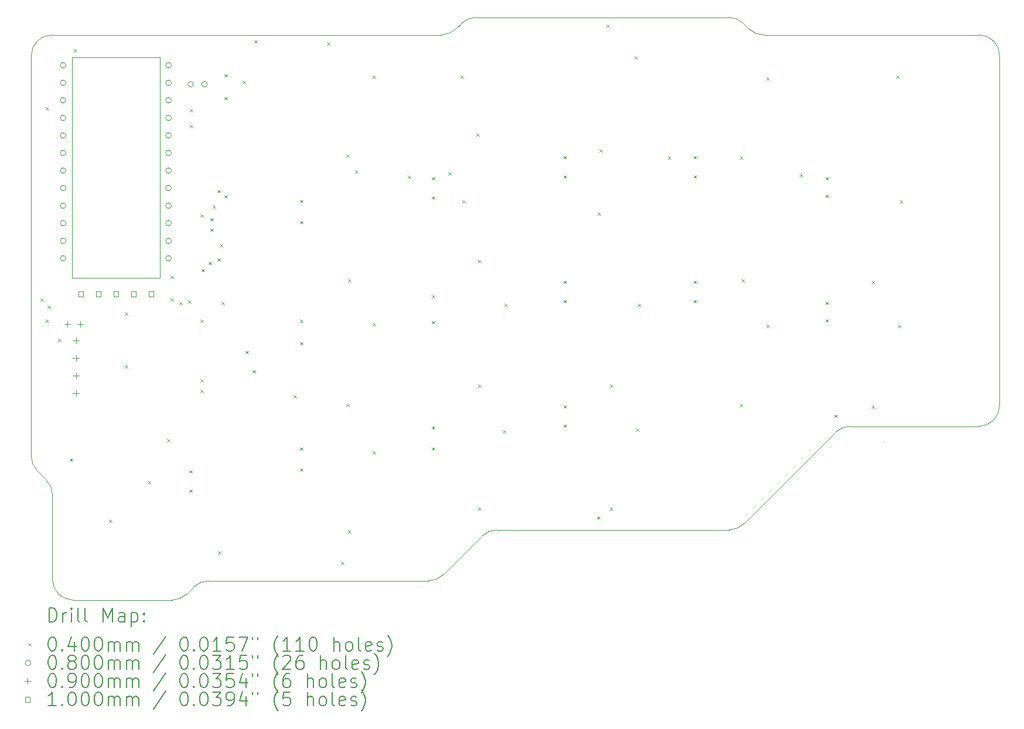
<source format=gbr>
%TF.GenerationSoftware,KiCad,Pcbnew,7.0.5-0*%
%TF.CreationDate,2023-08-04T20:22:26+09:30*%
%TF.ProjectId,Rolio,436f726e-6552-46f6-9c69-6f2e6b696361,rev?*%
%TF.SameCoordinates,Original*%
%TF.FileFunction,Drillmap*%
%TF.FilePolarity,Positive*%
%FSLAX45Y45*%
G04 Gerber Fmt 4.5, Leading zero omitted, Abs format (unit mm)*
G04 Created by KiCad (PCBNEW 7.0.5-0) date 2023-08-04 20:22:26*
%MOMM*%
%LPD*%
G01*
G04 APERTURE LIST*
%ADD10C,0.100000*%
%ADD11C,0.200000*%
%ADD12C,0.040000*%
%ADD13C,0.080000*%
%ADD14C,0.090000*%
G04 APERTURE END LIST*
D10*
X18570350Y-9241800D02*
X16708614Y-9241800D01*
X11012818Y-3489732D02*
X11091082Y-3411468D01*
X18870350Y-3877600D02*
G75*
G03*
X18570350Y-3577600I-300000J0D01*
G01*
X11391082Y-10828268D02*
X10830218Y-11389132D01*
X15168820Y-3411466D02*
G75*
G03*
X14956686Y-3323600I-212130J-212134D01*
G01*
X15168818Y-3411468D02*
X15247082Y-3489732D01*
X10618086Y-11477000D02*
X7437614Y-11477000D01*
X17193950Y-9470400D02*
X17193950Y-9470400D01*
X11303214Y-3323603D02*
G75*
G03*
X11091082Y-3411468I-4J-299997D01*
G01*
X7225482Y-11564868D02*
X7121818Y-11668532D01*
X10800686Y-3577598D02*
G75*
G03*
X11012818Y-3489732I-6J300018D01*
G01*
X5174950Y-3577600D02*
G75*
G03*
X4874950Y-3877600I0J-300000D01*
G01*
X10618086Y-11476997D02*
G75*
G03*
X10830218Y-11389132I4J299997D01*
G01*
X11303214Y-3323600D02*
X14956686Y-3323600D01*
X5179748Y-10229664D02*
G75*
G03*
X5091882Y-10017532I-300018J-6D01*
G01*
X5179750Y-11456400D02*
G75*
G03*
X5479750Y-11756400I300000J0D01*
G01*
X16708614Y-9241802D02*
G75*
G03*
X16496482Y-9329668I6J-300018D01*
G01*
X18870350Y-3877600D02*
X18870350Y-8941800D01*
X4874950Y-9676336D02*
X4874950Y-3877600D01*
X11603214Y-10740402D02*
G75*
G03*
X11391082Y-10828268I6J-300018D01*
G01*
X6909686Y-11756397D02*
G75*
G03*
X7121818Y-11668532I4J299997D01*
G01*
X5462250Y-3905500D02*
X6732250Y-3905500D01*
X6732250Y-7096500D01*
X5462250Y-7096500D01*
X5462250Y-3905500D01*
X5174950Y-3577600D02*
X10800686Y-3577600D01*
X5179750Y-11456400D02*
X5179750Y-10229664D01*
X16496482Y-9329668D02*
X15173618Y-10652532D01*
X18570350Y-9241800D02*
G75*
G03*
X18870350Y-8941800I0J300000D01*
G01*
X15247080Y-3489734D02*
G75*
G03*
X15459214Y-3577600I212130J212134D01*
G01*
X14961486Y-10740397D02*
G75*
G03*
X15173618Y-10652532I4J299997D01*
G01*
X4874953Y-9676336D02*
G75*
G03*
X4962818Y-9888468I299997J-4D01*
G01*
X5091882Y-10017532D02*
X4962818Y-9888468D01*
X15459214Y-3577600D02*
X18570350Y-3577600D01*
X6909686Y-11756400D02*
X5479750Y-11756400D01*
X7437614Y-11477002D02*
G75*
G03*
X7225482Y-11564868I6J-300018D01*
G01*
X14961486Y-10740400D02*
X11603214Y-10740400D01*
D11*
D12*
X5007350Y-7393000D02*
X5047350Y-7433000D01*
X5047350Y-7393000D02*
X5007350Y-7433000D01*
X5083550Y-4624400D02*
X5123550Y-4664400D01*
X5123550Y-4624400D02*
X5083550Y-4664400D01*
X5083550Y-7697800D02*
X5123550Y-7737800D01*
X5123550Y-7697800D02*
X5083550Y-7737800D01*
X5108950Y-7494600D02*
X5148950Y-7534600D01*
X5148950Y-7494600D02*
X5108950Y-7534600D01*
X5261350Y-7977200D02*
X5301350Y-8017200D01*
X5301350Y-7977200D02*
X5261350Y-8017200D01*
X5429400Y-9708200D02*
X5469400Y-9748200D01*
X5469400Y-9708200D02*
X5429400Y-9748200D01*
X5489950Y-3786200D02*
X5529950Y-3826200D01*
X5529950Y-3786200D02*
X5489950Y-3826200D01*
X5997950Y-10593400D02*
X6037950Y-10633400D01*
X6037950Y-10593400D02*
X5997950Y-10633400D01*
X6226550Y-7596200D02*
X6266550Y-7636200D01*
X6266550Y-7596200D02*
X6226550Y-7636200D01*
X6226550Y-8358200D02*
X6266550Y-8398200D01*
X6266550Y-8358200D02*
X6226550Y-8398200D01*
X6556750Y-10034600D02*
X6596750Y-10074600D01*
X6596750Y-10034600D02*
X6556750Y-10074600D01*
X6836150Y-9425000D02*
X6876150Y-9465000D01*
X6876150Y-9425000D02*
X6836150Y-9465000D01*
X6886950Y-7062800D02*
X6926950Y-7102800D01*
X6926950Y-7062800D02*
X6886950Y-7102800D01*
X6886950Y-7393000D02*
X6926950Y-7433000D01*
X6926950Y-7393000D02*
X6886950Y-7433000D01*
X7013950Y-7443800D02*
X7053950Y-7483800D01*
X7053950Y-7443800D02*
X7013950Y-7483800D01*
X7140950Y-7418400D02*
X7180950Y-7458400D01*
X7180950Y-7418400D02*
X7140950Y-7458400D01*
X7156600Y-9877400D02*
X7196600Y-9917400D01*
X7196600Y-9877400D02*
X7156600Y-9917400D01*
X7156600Y-10156800D02*
X7196600Y-10196800D01*
X7196600Y-10156800D02*
X7156600Y-10196800D01*
X7166350Y-4649800D02*
X7206350Y-4689800D01*
X7206350Y-4649800D02*
X7166350Y-4689800D01*
X7166350Y-4878400D02*
X7206350Y-4918400D01*
X7206350Y-4878400D02*
X7166350Y-4918400D01*
X7318750Y-6173800D02*
X7358750Y-6213800D01*
X7358750Y-6173800D02*
X7318750Y-6213800D01*
X7318750Y-7697800D02*
X7358750Y-7737800D01*
X7358750Y-7697800D02*
X7318750Y-7737800D01*
X7318750Y-8561400D02*
X7358750Y-8601400D01*
X7358750Y-8561400D02*
X7318750Y-8601400D01*
X7318750Y-8713800D02*
X7358750Y-8753800D01*
X7358750Y-8713800D02*
X7318750Y-8753800D01*
X7334400Y-6965000D02*
X7374400Y-7005000D01*
X7374400Y-6965000D02*
X7334400Y-7005000D01*
X7436000Y-6863400D02*
X7476000Y-6903400D01*
X7476000Y-6863400D02*
X7436000Y-6903400D01*
X7461400Y-6228400D02*
X7501400Y-6268400D01*
X7501400Y-6228400D02*
X7461400Y-6268400D01*
X7461400Y-6380800D02*
X7501400Y-6420800D01*
X7501400Y-6380800D02*
X7461400Y-6420800D01*
X7496550Y-6046800D02*
X7536550Y-6086800D01*
X7536550Y-6046800D02*
X7496550Y-6086800D01*
X7563000Y-5822000D02*
X7603000Y-5862000D01*
X7603000Y-5822000D02*
X7563000Y-5862000D01*
X7563000Y-6812600D02*
X7603000Y-6852600D01*
X7603000Y-6812600D02*
X7563000Y-6852600D01*
X7572750Y-11050600D02*
X7612750Y-11090600D01*
X7612750Y-11050600D02*
X7572750Y-11090600D01*
X7598150Y-6605600D02*
X7638150Y-6645600D01*
X7638150Y-6605600D02*
X7598150Y-6645600D01*
X7623550Y-7443800D02*
X7663550Y-7483800D01*
X7663550Y-7443800D02*
X7623550Y-7483800D01*
X7664600Y-4145600D02*
X7704600Y-4185600D01*
X7704600Y-4145600D02*
X7664600Y-4185600D01*
X7664600Y-4475800D02*
X7704600Y-4515800D01*
X7704600Y-4475800D02*
X7664600Y-4515800D01*
X7664600Y-5898200D02*
X7704600Y-5938200D01*
X7704600Y-5898200D02*
X7664600Y-5938200D01*
X7928350Y-4243400D02*
X7968350Y-4283400D01*
X7968350Y-4243400D02*
X7928350Y-4283400D01*
X7969400Y-8150200D02*
X8009400Y-8190200D01*
X8009400Y-8150200D02*
X7969400Y-8190200D01*
X8071000Y-8429600D02*
X8111000Y-8469600D01*
X8111000Y-8429600D02*
X8071000Y-8469600D01*
X8096400Y-3654400D02*
X8136400Y-3694400D01*
X8136400Y-3654400D02*
X8096400Y-3694400D01*
X8664950Y-8790000D02*
X8704950Y-8830000D01*
X8704950Y-8790000D02*
X8664950Y-8830000D01*
X8756800Y-5965800D02*
X8796800Y-6005800D01*
X8796800Y-5965800D02*
X8756800Y-6005800D01*
X8756800Y-6270600D02*
X8796800Y-6310600D01*
X8796800Y-6270600D02*
X8756800Y-6310600D01*
X8756800Y-7697800D02*
X8796800Y-7737800D01*
X8796800Y-7697800D02*
X8756800Y-7737800D01*
X8756800Y-8023200D02*
X8796800Y-8063200D01*
X8796800Y-8023200D02*
X8756800Y-8063200D01*
X8756800Y-9547200D02*
X8796800Y-9587200D01*
X8796800Y-9547200D02*
X8756800Y-9587200D01*
X8756800Y-9852000D02*
X8796800Y-9892000D01*
X8796800Y-9852000D02*
X8756800Y-9892000D01*
X9147550Y-3684600D02*
X9187550Y-3724600D01*
X9187550Y-3684600D02*
X9147550Y-3724600D01*
X9350750Y-11203000D02*
X9390750Y-11243000D01*
X9390750Y-11203000D02*
X9350750Y-11243000D01*
X9426950Y-5310200D02*
X9466950Y-5350200D01*
X9466950Y-5310200D02*
X9426950Y-5350200D01*
X9426950Y-8917000D02*
X9466950Y-8957000D01*
X9466950Y-8917000D02*
X9426950Y-8957000D01*
X9452350Y-7113600D02*
X9492350Y-7153600D01*
X9492350Y-7113600D02*
X9452350Y-7153600D01*
X9452350Y-10745800D02*
X9492350Y-10785800D01*
X9492350Y-10745800D02*
X9452350Y-10785800D01*
X9553950Y-5538800D02*
X9593950Y-5578800D01*
X9593950Y-5538800D02*
X9553950Y-5578800D01*
X9807950Y-4167200D02*
X9847950Y-4207200D01*
X9847950Y-4167200D02*
X9807950Y-4207200D01*
X9807950Y-7748600D02*
X9847950Y-7788600D01*
X9847950Y-7748600D02*
X9807950Y-7788600D01*
X9807950Y-9602800D02*
X9847950Y-9642800D01*
X9847950Y-9602800D02*
X9807950Y-9642800D01*
X10315950Y-5615000D02*
X10355950Y-5655000D01*
X10355950Y-5615000D02*
X10315950Y-5655000D01*
X10661800Y-5635600D02*
X10701800Y-5675600D01*
X10701800Y-5635600D02*
X10661800Y-5675600D01*
X10661800Y-5915000D02*
X10701800Y-5955000D01*
X10701800Y-5915000D02*
X10661800Y-5955000D01*
X10661800Y-7342200D02*
X10701800Y-7382200D01*
X10701800Y-7342200D02*
X10661800Y-7382200D01*
X10661800Y-7718400D02*
X10701800Y-7758400D01*
X10701800Y-7718400D02*
X10661800Y-7758400D01*
X10661800Y-9242400D02*
X10701800Y-9282400D01*
X10701800Y-9242400D02*
X10661800Y-9282400D01*
X10661800Y-9547200D02*
X10701800Y-9587200D01*
X10701800Y-9547200D02*
X10661800Y-9587200D01*
X10900150Y-5564200D02*
X10940150Y-5604200D01*
X10940150Y-5564200D02*
X10900150Y-5604200D01*
X11077950Y-4167200D02*
X11117950Y-4207200D01*
X11117950Y-4167200D02*
X11077950Y-4207200D01*
X11103350Y-5970600D02*
X11143350Y-6010600D01*
X11143350Y-5970600D02*
X11103350Y-6010600D01*
X11306550Y-5005400D02*
X11346550Y-5045400D01*
X11346550Y-5005400D02*
X11306550Y-5045400D01*
X11331950Y-6834200D02*
X11371950Y-6874200D01*
X11371950Y-6834200D02*
X11331950Y-6874200D01*
X11331950Y-8637600D02*
X11371950Y-8677600D01*
X11371950Y-8637600D02*
X11331950Y-8677600D01*
X11331950Y-10415600D02*
X11371950Y-10455600D01*
X11371950Y-10415600D02*
X11331950Y-10455600D01*
X11687550Y-9298000D02*
X11727550Y-9338000D01*
X11727550Y-9298000D02*
X11687550Y-9338000D01*
X11712950Y-7469200D02*
X11752950Y-7509200D01*
X11752950Y-7469200D02*
X11712950Y-7509200D01*
X12566800Y-5330800D02*
X12606800Y-5370800D01*
X12606800Y-5330800D02*
X12566800Y-5370800D01*
X12566800Y-5610200D02*
X12606800Y-5650200D01*
X12606800Y-5610200D02*
X12566800Y-5650200D01*
X12566800Y-7134200D02*
X12606800Y-7174200D01*
X12606800Y-7134200D02*
X12566800Y-7174200D01*
X12566800Y-7413600D02*
X12606800Y-7453600D01*
X12606800Y-7413600D02*
X12566800Y-7453600D01*
X12566800Y-8937600D02*
X12606800Y-8977600D01*
X12606800Y-8937600D02*
X12566800Y-8977600D01*
X12566800Y-9217000D02*
X12606800Y-9257000D01*
X12606800Y-9217000D02*
X12566800Y-9257000D01*
X13049400Y-10546400D02*
X13089400Y-10586400D01*
X13089400Y-10546400D02*
X13049400Y-10586400D01*
X13059150Y-6148400D02*
X13099150Y-6188400D01*
X13099150Y-6148400D02*
X13059150Y-6188400D01*
X13084550Y-5234000D02*
X13124550Y-5274000D01*
X13124550Y-5234000D02*
X13084550Y-5274000D01*
X13186150Y-3430600D02*
X13226150Y-3470600D01*
X13226150Y-3430600D02*
X13186150Y-3470600D01*
X13236950Y-8637600D02*
X13276950Y-8677600D01*
X13276950Y-8637600D02*
X13236950Y-8677600D01*
X13236950Y-10415600D02*
X13276950Y-10455600D01*
X13276950Y-10415600D02*
X13236950Y-10455600D01*
X13592550Y-3887800D02*
X13632550Y-3927800D01*
X13632550Y-3887800D02*
X13592550Y-3927800D01*
X13617950Y-9272600D02*
X13657950Y-9312600D01*
X13657950Y-9272600D02*
X13617950Y-9312600D01*
X13643350Y-7469200D02*
X13683350Y-7509200D01*
X13683350Y-7469200D02*
X13643350Y-7509200D01*
X14075150Y-5335600D02*
X14115150Y-5375600D01*
X14115150Y-5335600D02*
X14075150Y-5375600D01*
X14446400Y-5330800D02*
X14486400Y-5370800D01*
X14486400Y-5330800D02*
X14446400Y-5370800D01*
X14446400Y-5610200D02*
X14486400Y-5650200D01*
X14486400Y-5610200D02*
X14446400Y-5650200D01*
X14446400Y-7134200D02*
X14486400Y-7174200D01*
X14486400Y-7134200D02*
X14446400Y-7174200D01*
X14446400Y-7413600D02*
X14486400Y-7453600D01*
X14486400Y-7413600D02*
X14446400Y-7453600D01*
X15116550Y-5335600D02*
X15156550Y-5375600D01*
X15156550Y-5335600D02*
X15116550Y-5375600D01*
X15116550Y-8917000D02*
X15156550Y-8957000D01*
X15156550Y-8917000D02*
X15116550Y-8957000D01*
X15141950Y-7113600D02*
X15181950Y-7153600D01*
X15181950Y-7113600D02*
X15141950Y-7153600D01*
X15497550Y-4192600D02*
X15537550Y-4232600D01*
X15537550Y-4192600D02*
X15497550Y-4232600D01*
X15497550Y-7774000D02*
X15537550Y-7814000D01*
X15537550Y-7774000D02*
X15497550Y-7814000D01*
X15980150Y-5589600D02*
X16020150Y-5629600D01*
X16020150Y-5589600D02*
X15980150Y-5629600D01*
X16351400Y-5635600D02*
X16391400Y-5675600D01*
X16391400Y-5635600D02*
X16351400Y-5675600D01*
X16351400Y-5889600D02*
X16391400Y-5929600D01*
X16391400Y-5889600D02*
X16351400Y-5929600D01*
X16351400Y-7439000D02*
X16391400Y-7479000D01*
X16391400Y-7439000D02*
X16351400Y-7479000D01*
X16351400Y-7693000D02*
X16391400Y-7733000D01*
X16391400Y-7693000D02*
X16351400Y-7733000D01*
X16478400Y-9073200D02*
X16518400Y-9113200D01*
X16518400Y-9073200D02*
X16478400Y-9113200D01*
X17021550Y-7139000D02*
X17061550Y-7179000D01*
X17061550Y-7139000D02*
X17021550Y-7179000D01*
X17021550Y-8942400D02*
X17061550Y-8982400D01*
X17061550Y-8942400D02*
X17021550Y-8982400D01*
X17377150Y-4167200D02*
X17417150Y-4207200D01*
X17417150Y-4167200D02*
X17377150Y-4207200D01*
X17402550Y-7774000D02*
X17442550Y-7814000D01*
X17442550Y-7774000D02*
X17402550Y-7814000D01*
X17427950Y-5970600D02*
X17467950Y-6010600D01*
X17467950Y-5970600D02*
X17427950Y-6010600D01*
D13*
X5374750Y-4017000D02*
G75*
G03*
X5374750Y-4017000I-40000J0D01*
G01*
X5374750Y-4271000D02*
G75*
G03*
X5374750Y-4271000I-40000J0D01*
G01*
X5374750Y-4525000D02*
G75*
G03*
X5374750Y-4525000I-40000J0D01*
G01*
X5374750Y-4779000D02*
G75*
G03*
X5374750Y-4779000I-40000J0D01*
G01*
X5374750Y-5033000D02*
G75*
G03*
X5374750Y-5033000I-40000J0D01*
G01*
X5374750Y-5287000D02*
G75*
G03*
X5374750Y-5287000I-40000J0D01*
G01*
X5374750Y-5541000D02*
G75*
G03*
X5374750Y-5541000I-40000J0D01*
G01*
X5374750Y-5795000D02*
G75*
G03*
X5374750Y-5795000I-40000J0D01*
G01*
X5374750Y-6049000D02*
G75*
G03*
X5374750Y-6049000I-40000J0D01*
G01*
X5374750Y-6303000D02*
G75*
G03*
X5374750Y-6303000I-40000J0D01*
G01*
X5374750Y-6557000D02*
G75*
G03*
X5374750Y-6557000I-40000J0D01*
G01*
X5374750Y-6811000D02*
G75*
G03*
X5374750Y-6811000I-40000J0D01*
G01*
X6898750Y-4017000D02*
G75*
G03*
X6898750Y-4017000I-40000J0D01*
G01*
X6898750Y-4271000D02*
G75*
G03*
X6898750Y-4271000I-40000J0D01*
G01*
X6898750Y-4525000D02*
G75*
G03*
X6898750Y-4525000I-40000J0D01*
G01*
X6898750Y-4779000D02*
G75*
G03*
X6898750Y-4779000I-40000J0D01*
G01*
X6898750Y-5033000D02*
G75*
G03*
X6898750Y-5033000I-40000J0D01*
G01*
X6898750Y-5287000D02*
G75*
G03*
X6898750Y-5287000I-40000J0D01*
G01*
X6898750Y-5541000D02*
G75*
G03*
X6898750Y-5541000I-40000J0D01*
G01*
X6898750Y-5795000D02*
G75*
G03*
X6898750Y-5795000I-40000J0D01*
G01*
X6898750Y-6049000D02*
G75*
G03*
X6898750Y-6049000I-40000J0D01*
G01*
X6898750Y-6303000D02*
G75*
G03*
X6898750Y-6303000I-40000J0D01*
G01*
X6898750Y-6557000D02*
G75*
G03*
X6898750Y-6557000I-40000J0D01*
G01*
X6898750Y-6811000D02*
G75*
G03*
X6898750Y-6811000I-40000J0D01*
G01*
X7218200Y-4292600D02*
G75*
G03*
X7218200Y-4292600I-40000J0D01*
G01*
X7418200Y-4292600D02*
G75*
G03*
X7418200Y-4292600I-40000J0D01*
G01*
D14*
X5397250Y-7718000D02*
X5397250Y-7808000D01*
X5352250Y-7763000D02*
X5442250Y-7763000D01*
X5519750Y-7957000D02*
X5519750Y-8047000D01*
X5474750Y-8002000D02*
X5564750Y-8002000D01*
X5519750Y-8211000D02*
X5519750Y-8301000D01*
X5474750Y-8256000D02*
X5564750Y-8256000D01*
X5519750Y-8465000D02*
X5519750Y-8555000D01*
X5474750Y-8510000D02*
X5564750Y-8510000D01*
X5519750Y-8719000D02*
X5519750Y-8809000D01*
X5474750Y-8764000D02*
X5564750Y-8764000D01*
X5582250Y-7718000D02*
X5582250Y-7808000D01*
X5537250Y-7763000D02*
X5627250Y-7763000D01*
D10*
X5624106Y-7363356D02*
X5624106Y-7292644D01*
X5553394Y-7292644D01*
X5553394Y-7363356D01*
X5624106Y-7363356D01*
X5878106Y-7363356D02*
X5878106Y-7292644D01*
X5807394Y-7292644D01*
X5807394Y-7363356D01*
X5878106Y-7363356D01*
X6132106Y-7363356D02*
X6132106Y-7292644D01*
X6061394Y-7292644D01*
X6061394Y-7363356D01*
X6132106Y-7363356D01*
X6386106Y-7363356D02*
X6386106Y-7292644D01*
X6315394Y-7292644D01*
X6315394Y-7363356D01*
X6386106Y-7363356D01*
X6640106Y-7363356D02*
X6640106Y-7292644D01*
X6569394Y-7292644D01*
X6569394Y-7363356D01*
X6640106Y-7363356D01*
D11*
X5130727Y-12072884D02*
X5130727Y-11872884D01*
X5130727Y-11872884D02*
X5178346Y-11872884D01*
X5178346Y-11872884D02*
X5206917Y-11882408D01*
X5206917Y-11882408D02*
X5225965Y-11901455D01*
X5225965Y-11901455D02*
X5235489Y-11920503D01*
X5235489Y-11920503D02*
X5245013Y-11958598D01*
X5245013Y-11958598D02*
X5245013Y-11987169D01*
X5245013Y-11987169D02*
X5235489Y-12025265D01*
X5235489Y-12025265D02*
X5225965Y-12044312D01*
X5225965Y-12044312D02*
X5206917Y-12063360D01*
X5206917Y-12063360D02*
X5178346Y-12072884D01*
X5178346Y-12072884D02*
X5130727Y-12072884D01*
X5330727Y-12072884D02*
X5330727Y-11939550D01*
X5330727Y-11977646D02*
X5340251Y-11958598D01*
X5340251Y-11958598D02*
X5349774Y-11949074D01*
X5349774Y-11949074D02*
X5368822Y-11939550D01*
X5368822Y-11939550D02*
X5387870Y-11939550D01*
X5454536Y-12072884D02*
X5454536Y-11939550D01*
X5454536Y-11872884D02*
X5445013Y-11882408D01*
X5445013Y-11882408D02*
X5454536Y-11891931D01*
X5454536Y-11891931D02*
X5464060Y-11882408D01*
X5464060Y-11882408D02*
X5454536Y-11872884D01*
X5454536Y-11872884D02*
X5454536Y-11891931D01*
X5578346Y-12072884D02*
X5559298Y-12063360D01*
X5559298Y-12063360D02*
X5549774Y-12044312D01*
X5549774Y-12044312D02*
X5549774Y-11872884D01*
X5683108Y-12072884D02*
X5664060Y-12063360D01*
X5664060Y-12063360D02*
X5654536Y-12044312D01*
X5654536Y-12044312D02*
X5654536Y-11872884D01*
X5911679Y-12072884D02*
X5911679Y-11872884D01*
X5911679Y-11872884D02*
X5978346Y-12015741D01*
X5978346Y-12015741D02*
X6045012Y-11872884D01*
X6045012Y-11872884D02*
X6045012Y-12072884D01*
X6225965Y-12072884D02*
X6225965Y-11968122D01*
X6225965Y-11968122D02*
X6216441Y-11949074D01*
X6216441Y-11949074D02*
X6197393Y-11939550D01*
X6197393Y-11939550D02*
X6159298Y-11939550D01*
X6159298Y-11939550D02*
X6140251Y-11949074D01*
X6225965Y-12063360D02*
X6206917Y-12072884D01*
X6206917Y-12072884D02*
X6159298Y-12072884D01*
X6159298Y-12072884D02*
X6140251Y-12063360D01*
X6140251Y-12063360D02*
X6130727Y-12044312D01*
X6130727Y-12044312D02*
X6130727Y-12025265D01*
X6130727Y-12025265D02*
X6140251Y-12006217D01*
X6140251Y-12006217D02*
X6159298Y-11996693D01*
X6159298Y-11996693D02*
X6206917Y-11996693D01*
X6206917Y-11996693D02*
X6225965Y-11987169D01*
X6321203Y-11939550D02*
X6321203Y-12139550D01*
X6321203Y-11949074D02*
X6340251Y-11939550D01*
X6340251Y-11939550D02*
X6378346Y-11939550D01*
X6378346Y-11939550D02*
X6397393Y-11949074D01*
X6397393Y-11949074D02*
X6406917Y-11958598D01*
X6406917Y-11958598D02*
X6416441Y-11977646D01*
X6416441Y-11977646D02*
X6416441Y-12034788D01*
X6416441Y-12034788D02*
X6406917Y-12053836D01*
X6406917Y-12053836D02*
X6397393Y-12063360D01*
X6397393Y-12063360D02*
X6378346Y-12072884D01*
X6378346Y-12072884D02*
X6340251Y-12072884D01*
X6340251Y-12072884D02*
X6321203Y-12063360D01*
X6502155Y-12053836D02*
X6511679Y-12063360D01*
X6511679Y-12063360D02*
X6502155Y-12072884D01*
X6502155Y-12072884D02*
X6492632Y-12063360D01*
X6492632Y-12063360D02*
X6502155Y-12053836D01*
X6502155Y-12053836D02*
X6502155Y-12072884D01*
X6502155Y-11949074D02*
X6511679Y-11958598D01*
X6511679Y-11958598D02*
X6502155Y-11968122D01*
X6502155Y-11968122D02*
X6492632Y-11958598D01*
X6492632Y-11958598D02*
X6502155Y-11949074D01*
X6502155Y-11949074D02*
X6502155Y-11968122D01*
D12*
X4829950Y-12381400D02*
X4869950Y-12421400D01*
X4869950Y-12381400D02*
X4829950Y-12421400D01*
D11*
X5168822Y-12292884D02*
X5187870Y-12292884D01*
X5187870Y-12292884D02*
X5206917Y-12302408D01*
X5206917Y-12302408D02*
X5216441Y-12311931D01*
X5216441Y-12311931D02*
X5225965Y-12330979D01*
X5225965Y-12330979D02*
X5235489Y-12369074D01*
X5235489Y-12369074D02*
X5235489Y-12416693D01*
X5235489Y-12416693D02*
X5225965Y-12454788D01*
X5225965Y-12454788D02*
X5216441Y-12473836D01*
X5216441Y-12473836D02*
X5206917Y-12483360D01*
X5206917Y-12483360D02*
X5187870Y-12492884D01*
X5187870Y-12492884D02*
X5168822Y-12492884D01*
X5168822Y-12492884D02*
X5149774Y-12483360D01*
X5149774Y-12483360D02*
X5140251Y-12473836D01*
X5140251Y-12473836D02*
X5130727Y-12454788D01*
X5130727Y-12454788D02*
X5121203Y-12416693D01*
X5121203Y-12416693D02*
X5121203Y-12369074D01*
X5121203Y-12369074D02*
X5130727Y-12330979D01*
X5130727Y-12330979D02*
X5140251Y-12311931D01*
X5140251Y-12311931D02*
X5149774Y-12302408D01*
X5149774Y-12302408D02*
X5168822Y-12292884D01*
X5321203Y-12473836D02*
X5330727Y-12483360D01*
X5330727Y-12483360D02*
X5321203Y-12492884D01*
X5321203Y-12492884D02*
X5311679Y-12483360D01*
X5311679Y-12483360D02*
X5321203Y-12473836D01*
X5321203Y-12473836D02*
X5321203Y-12492884D01*
X5502155Y-12359550D02*
X5502155Y-12492884D01*
X5454536Y-12283360D02*
X5406917Y-12426217D01*
X5406917Y-12426217D02*
X5530727Y-12426217D01*
X5645012Y-12292884D02*
X5664060Y-12292884D01*
X5664060Y-12292884D02*
X5683108Y-12302408D01*
X5683108Y-12302408D02*
X5692632Y-12311931D01*
X5692632Y-12311931D02*
X5702155Y-12330979D01*
X5702155Y-12330979D02*
X5711679Y-12369074D01*
X5711679Y-12369074D02*
X5711679Y-12416693D01*
X5711679Y-12416693D02*
X5702155Y-12454788D01*
X5702155Y-12454788D02*
X5692632Y-12473836D01*
X5692632Y-12473836D02*
X5683108Y-12483360D01*
X5683108Y-12483360D02*
X5664060Y-12492884D01*
X5664060Y-12492884D02*
X5645012Y-12492884D01*
X5645012Y-12492884D02*
X5625965Y-12483360D01*
X5625965Y-12483360D02*
X5616441Y-12473836D01*
X5616441Y-12473836D02*
X5606917Y-12454788D01*
X5606917Y-12454788D02*
X5597393Y-12416693D01*
X5597393Y-12416693D02*
X5597393Y-12369074D01*
X5597393Y-12369074D02*
X5606917Y-12330979D01*
X5606917Y-12330979D02*
X5616441Y-12311931D01*
X5616441Y-12311931D02*
X5625965Y-12302408D01*
X5625965Y-12302408D02*
X5645012Y-12292884D01*
X5835489Y-12292884D02*
X5854536Y-12292884D01*
X5854536Y-12292884D02*
X5873584Y-12302408D01*
X5873584Y-12302408D02*
X5883108Y-12311931D01*
X5883108Y-12311931D02*
X5892632Y-12330979D01*
X5892632Y-12330979D02*
X5902155Y-12369074D01*
X5902155Y-12369074D02*
X5902155Y-12416693D01*
X5902155Y-12416693D02*
X5892632Y-12454788D01*
X5892632Y-12454788D02*
X5883108Y-12473836D01*
X5883108Y-12473836D02*
X5873584Y-12483360D01*
X5873584Y-12483360D02*
X5854536Y-12492884D01*
X5854536Y-12492884D02*
X5835489Y-12492884D01*
X5835489Y-12492884D02*
X5816441Y-12483360D01*
X5816441Y-12483360D02*
X5806917Y-12473836D01*
X5806917Y-12473836D02*
X5797393Y-12454788D01*
X5797393Y-12454788D02*
X5787870Y-12416693D01*
X5787870Y-12416693D02*
X5787870Y-12369074D01*
X5787870Y-12369074D02*
X5797393Y-12330979D01*
X5797393Y-12330979D02*
X5806917Y-12311931D01*
X5806917Y-12311931D02*
X5816441Y-12302408D01*
X5816441Y-12302408D02*
X5835489Y-12292884D01*
X5987870Y-12492884D02*
X5987870Y-12359550D01*
X5987870Y-12378598D02*
X5997393Y-12369074D01*
X5997393Y-12369074D02*
X6016441Y-12359550D01*
X6016441Y-12359550D02*
X6045013Y-12359550D01*
X6045013Y-12359550D02*
X6064060Y-12369074D01*
X6064060Y-12369074D02*
X6073584Y-12388122D01*
X6073584Y-12388122D02*
X6073584Y-12492884D01*
X6073584Y-12388122D02*
X6083108Y-12369074D01*
X6083108Y-12369074D02*
X6102155Y-12359550D01*
X6102155Y-12359550D02*
X6130727Y-12359550D01*
X6130727Y-12359550D02*
X6149774Y-12369074D01*
X6149774Y-12369074D02*
X6159298Y-12388122D01*
X6159298Y-12388122D02*
X6159298Y-12492884D01*
X6254536Y-12492884D02*
X6254536Y-12359550D01*
X6254536Y-12378598D02*
X6264060Y-12369074D01*
X6264060Y-12369074D02*
X6283108Y-12359550D01*
X6283108Y-12359550D02*
X6311679Y-12359550D01*
X6311679Y-12359550D02*
X6330727Y-12369074D01*
X6330727Y-12369074D02*
X6340251Y-12388122D01*
X6340251Y-12388122D02*
X6340251Y-12492884D01*
X6340251Y-12388122D02*
X6349774Y-12369074D01*
X6349774Y-12369074D02*
X6368822Y-12359550D01*
X6368822Y-12359550D02*
X6397393Y-12359550D01*
X6397393Y-12359550D02*
X6416441Y-12369074D01*
X6416441Y-12369074D02*
X6425965Y-12388122D01*
X6425965Y-12388122D02*
X6425965Y-12492884D01*
X6816441Y-12283360D02*
X6645013Y-12540503D01*
X7073584Y-12292884D02*
X7092632Y-12292884D01*
X7092632Y-12292884D02*
X7111679Y-12302408D01*
X7111679Y-12302408D02*
X7121203Y-12311931D01*
X7121203Y-12311931D02*
X7130727Y-12330979D01*
X7130727Y-12330979D02*
X7140251Y-12369074D01*
X7140251Y-12369074D02*
X7140251Y-12416693D01*
X7140251Y-12416693D02*
X7130727Y-12454788D01*
X7130727Y-12454788D02*
X7121203Y-12473836D01*
X7121203Y-12473836D02*
X7111679Y-12483360D01*
X7111679Y-12483360D02*
X7092632Y-12492884D01*
X7092632Y-12492884D02*
X7073584Y-12492884D01*
X7073584Y-12492884D02*
X7054536Y-12483360D01*
X7054536Y-12483360D02*
X7045013Y-12473836D01*
X7045013Y-12473836D02*
X7035489Y-12454788D01*
X7035489Y-12454788D02*
X7025965Y-12416693D01*
X7025965Y-12416693D02*
X7025965Y-12369074D01*
X7025965Y-12369074D02*
X7035489Y-12330979D01*
X7035489Y-12330979D02*
X7045013Y-12311931D01*
X7045013Y-12311931D02*
X7054536Y-12302408D01*
X7054536Y-12302408D02*
X7073584Y-12292884D01*
X7225965Y-12473836D02*
X7235489Y-12483360D01*
X7235489Y-12483360D02*
X7225965Y-12492884D01*
X7225965Y-12492884D02*
X7216441Y-12483360D01*
X7216441Y-12483360D02*
X7225965Y-12473836D01*
X7225965Y-12473836D02*
X7225965Y-12492884D01*
X7359298Y-12292884D02*
X7378346Y-12292884D01*
X7378346Y-12292884D02*
X7397394Y-12302408D01*
X7397394Y-12302408D02*
X7406917Y-12311931D01*
X7406917Y-12311931D02*
X7416441Y-12330979D01*
X7416441Y-12330979D02*
X7425965Y-12369074D01*
X7425965Y-12369074D02*
X7425965Y-12416693D01*
X7425965Y-12416693D02*
X7416441Y-12454788D01*
X7416441Y-12454788D02*
X7406917Y-12473836D01*
X7406917Y-12473836D02*
X7397394Y-12483360D01*
X7397394Y-12483360D02*
X7378346Y-12492884D01*
X7378346Y-12492884D02*
X7359298Y-12492884D01*
X7359298Y-12492884D02*
X7340251Y-12483360D01*
X7340251Y-12483360D02*
X7330727Y-12473836D01*
X7330727Y-12473836D02*
X7321203Y-12454788D01*
X7321203Y-12454788D02*
X7311679Y-12416693D01*
X7311679Y-12416693D02*
X7311679Y-12369074D01*
X7311679Y-12369074D02*
X7321203Y-12330979D01*
X7321203Y-12330979D02*
X7330727Y-12311931D01*
X7330727Y-12311931D02*
X7340251Y-12302408D01*
X7340251Y-12302408D02*
X7359298Y-12292884D01*
X7616441Y-12492884D02*
X7502156Y-12492884D01*
X7559298Y-12492884D02*
X7559298Y-12292884D01*
X7559298Y-12292884D02*
X7540251Y-12321455D01*
X7540251Y-12321455D02*
X7521203Y-12340503D01*
X7521203Y-12340503D02*
X7502156Y-12350027D01*
X7797394Y-12292884D02*
X7702156Y-12292884D01*
X7702156Y-12292884D02*
X7692632Y-12388122D01*
X7692632Y-12388122D02*
X7702156Y-12378598D01*
X7702156Y-12378598D02*
X7721203Y-12369074D01*
X7721203Y-12369074D02*
X7768822Y-12369074D01*
X7768822Y-12369074D02*
X7787870Y-12378598D01*
X7787870Y-12378598D02*
X7797394Y-12388122D01*
X7797394Y-12388122D02*
X7806917Y-12407169D01*
X7806917Y-12407169D02*
X7806917Y-12454788D01*
X7806917Y-12454788D02*
X7797394Y-12473836D01*
X7797394Y-12473836D02*
X7787870Y-12483360D01*
X7787870Y-12483360D02*
X7768822Y-12492884D01*
X7768822Y-12492884D02*
X7721203Y-12492884D01*
X7721203Y-12492884D02*
X7702156Y-12483360D01*
X7702156Y-12483360D02*
X7692632Y-12473836D01*
X7873584Y-12292884D02*
X8006917Y-12292884D01*
X8006917Y-12292884D02*
X7921203Y-12492884D01*
X8073584Y-12292884D02*
X8073584Y-12330979D01*
X8149775Y-12292884D02*
X8149775Y-12330979D01*
X8445013Y-12569074D02*
X8435489Y-12559550D01*
X8435489Y-12559550D02*
X8416441Y-12530979D01*
X8416441Y-12530979D02*
X8406918Y-12511931D01*
X8406918Y-12511931D02*
X8397394Y-12483360D01*
X8397394Y-12483360D02*
X8387870Y-12435741D01*
X8387870Y-12435741D02*
X8387870Y-12397646D01*
X8387870Y-12397646D02*
X8397394Y-12350027D01*
X8397394Y-12350027D02*
X8406918Y-12321455D01*
X8406918Y-12321455D02*
X8416441Y-12302408D01*
X8416441Y-12302408D02*
X8435489Y-12273836D01*
X8435489Y-12273836D02*
X8445013Y-12264312D01*
X8625965Y-12492884D02*
X8511680Y-12492884D01*
X8568822Y-12492884D02*
X8568822Y-12292884D01*
X8568822Y-12292884D02*
X8549775Y-12321455D01*
X8549775Y-12321455D02*
X8530727Y-12340503D01*
X8530727Y-12340503D02*
X8511680Y-12350027D01*
X8816441Y-12492884D02*
X8702156Y-12492884D01*
X8759299Y-12492884D02*
X8759299Y-12292884D01*
X8759299Y-12292884D02*
X8740251Y-12321455D01*
X8740251Y-12321455D02*
X8721203Y-12340503D01*
X8721203Y-12340503D02*
X8702156Y-12350027D01*
X8940251Y-12292884D02*
X8959299Y-12292884D01*
X8959299Y-12292884D02*
X8978346Y-12302408D01*
X8978346Y-12302408D02*
X8987870Y-12311931D01*
X8987870Y-12311931D02*
X8997394Y-12330979D01*
X8997394Y-12330979D02*
X9006918Y-12369074D01*
X9006918Y-12369074D02*
X9006918Y-12416693D01*
X9006918Y-12416693D02*
X8997394Y-12454788D01*
X8997394Y-12454788D02*
X8987870Y-12473836D01*
X8987870Y-12473836D02*
X8978346Y-12483360D01*
X8978346Y-12483360D02*
X8959299Y-12492884D01*
X8959299Y-12492884D02*
X8940251Y-12492884D01*
X8940251Y-12492884D02*
X8921203Y-12483360D01*
X8921203Y-12483360D02*
X8911680Y-12473836D01*
X8911680Y-12473836D02*
X8902156Y-12454788D01*
X8902156Y-12454788D02*
X8892632Y-12416693D01*
X8892632Y-12416693D02*
X8892632Y-12369074D01*
X8892632Y-12369074D02*
X8902156Y-12330979D01*
X8902156Y-12330979D02*
X8911680Y-12311931D01*
X8911680Y-12311931D02*
X8921203Y-12302408D01*
X8921203Y-12302408D02*
X8940251Y-12292884D01*
X9245013Y-12492884D02*
X9245013Y-12292884D01*
X9330727Y-12492884D02*
X9330727Y-12388122D01*
X9330727Y-12388122D02*
X9321203Y-12369074D01*
X9321203Y-12369074D02*
X9302156Y-12359550D01*
X9302156Y-12359550D02*
X9273584Y-12359550D01*
X9273584Y-12359550D02*
X9254537Y-12369074D01*
X9254537Y-12369074D02*
X9245013Y-12378598D01*
X9454537Y-12492884D02*
X9435489Y-12483360D01*
X9435489Y-12483360D02*
X9425965Y-12473836D01*
X9425965Y-12473836D02*
X9416442Y-12454788D01*
X9416442Y-12454788D02*
X9416442Y-12397646D01*
X9416442Y-12397646D02*
X9425965Y-12378598D01*
X9425965Y-12378598D02*
X9435489Y-12369074D01*
X9435489Y-12369074D02*
X9454537Y-12359550D01*
X9454537Y-12359550D02*
X9483108Y-12359550D01*
X9483108Y-12359550D02*
X9502156Y-12369074D01*
X9502156Y-12369074D02*
X9511680Y-12378598D01*
X9511680Y-12378598D02*
X9521203Y-12397646D01*
X9521203Y-12397646D02*
X9521203Y-12454788D01*
X9521203Y-12454788D02*
X9511680Y-12473836D01*
X9511680Y-12473836D02*
X9502156Y-12483360D01*
X9502156Y-12483360D02*
X9483108Y-12492884D01*
X9483108Y-12492884D02*
X9454537Y-12492884D01*
X9635489Y-12492884D02*
X9616442Y-12483360D01*
X9616442Y-12483360D02*
X9606918Y-12464312D01*
X9606918Y-12464312D02*
X9606918Y-12292884D01*
X9787870Y-12483360D02*
X9768823Y-12492884D01*
X9768823Y-12492884D02*
X9730727Y-12492884D01*
X9730727Y-12492884D02*
X9711680Y-12483360D01*
X9711680Y-12483360D02*
X9702156Y-12464312D01*
X9702156Y-12464312D02*
X9702156Y-12388122D01*
X9702156Y-12388122D02*
X9711680Y-12369074D01*
X9711680Y-12369074D02*
X9730727Y-12359550D01*
X9730727Y-12359550D02*
X9768823Y-12359550D01*
X9768823Y-12359550D02*
X9787870Y-12369074D01*
X9787870Y-12369074D02*
X9797394Y-12388122D01*
X9797394Y-12388122D02*
X9797394Y-12407169D01*
X9797394Y-12407169D02*
X9702156Y-12426217D01*
X9873584Y-12483360D02*
X9892632Y-12492884D01*
X9892632Y-12492884D02*
X9930727Y-12492884D01*
X9930727Y-12492884D02*
X9949775Y-12483360D01*
X9949775Y-12483360D02*
X9959299Y-12464312D01*
X9959299Y-12464312D02*
X9959299Y-12454788D01*
X9959299Y-12454788D02*
X9949775Y-12435741D01*
X9949775Y-12435741D02*
X9930727Y-12426217D01*
X9930727Y-12426217D02*
X9902156Y-12426217D01*
X9902156Y-12426217D02*
X9883108Y-12416693D01*
X9883108Y-12416693D02*
X9873584Y-12397646D01*
X9873584Y-12397646D02*
X9873584Y-12388122D01*
X9873584Y-12388122D02*
X9883108Y-12369074D01*
X9883108Y-12369074D02*
X9902156Y-12359550D01*
X9902156Y-12359550D02*
X9930727Y-12359550D01*
X9930727Y-12359550D02*
X9949775Y-12369074D01*
X10025965Y-12569074D02*
X10035489Y-12559550D01*
X10035489Y-12559550D02*
X10054537Y-12530979D01*
X10054537Y-12530979D02*
X10064061Y-12511931D01*
X10064061Y-12511931D02*
X10073584Y-12483360D01*
X10073584Y-12483360D02*
X10083108Y-12435741D01*
X10083108Y-12435741D02*
X10083108Y-12397646D01*
X10083108Y-12397646D02*
X10073584Y-12350027D01*
X10073584Y-12350027D02*
X10064061Y-12321455D01*
X10064061Y-12321455D02*
X10054537Y-12302408D01*
X10054537Y-12302408D02*
X10035489Y-12273836D01*
X10035489Y-12273836D02*
X10025965Y-12264312D01*
D13*
X4869950Y-12665400D02*
G75*
G03*
X4869950Y-12665400I-40000J0D01*
G01*
D11*
X5168822Y-12556884D02*
X5187870Y-12556884D01*
X5187870Y-12556884D02*
X5206917Y-12566408D01*
X5206917Y-12566408D02*
X5216441Y-12575931D01*
X5216441Y-12575931D02*
X5225965Y-12594979D01*
X5225965Y-12594979D02*
X5235489Y-12633074D01*
X5235489Y-12633074D02*
X5235489Y-12680693D01*
X5235489Y-12680693D02*
X5225965Y-12718788D01*
X5225965Y-12718788D02*
X5216441Y-12737836D01*
X5216441Y-12737836D02*
X5206917Y-12747360D01*
X5206917Y-12747360D02*
X5187870Y-12756884D01*
X5187870Y-12756884D02*
X5168822Y-12756884D01*
X5168822Y-12756884D02*
X5149774Y-12747360D01*
X5149774Y-12747360D02*
X5140251Y-12737836D01*
X5140251Y-12737836D02*
X5130727Y-12718788D01*
X5130727Y-12718788D02*
X5121203Y-12680693D01*
X5121203Y-12680693D02*
X5121203Y-12633074D01*
X5121203Y-12633074D02*
X5130727Y-12594979D01*
X5130727Y-12594979D02*
X5140251Y-12575931D01*
X5140251Y-12575931D02*
X5149774Y-12566408D01*
X5149774Y-12566408D02*
X5168822Y-12556884D01*
X5321203Y-12737836D02*
X5330727Y-12747360D01*
X5330727Y-12747360D02*
X5321203Y-12756884D01*
X5321203Y-12756884D02*
X5311679Y-12747360D01*
X5311679Y-12747360D02*
X5321203Y-12737836D01*
X5321203Y-12737836D02*
X5321203Y-12756884D01*
X5445013Y-12642598D02*
X5425965Y-12633074D01*
X5425965Y-12633074D02*
X5416441Y-12623550D01*
X5416441Y-12623550D02*
X5406917Y-12604503D01*
X5406917Y-12604503D02*
X5406917Y-12594979D01*
X5406917Y-12594979D02*
X5416441Y-12575931D01*
X5416441Y-12575931D02*
X5425965Y-12566408D01*
X5425965Y-12566408D02*
X5445013Y-12556884D01*
X5445013Y-12556884D02*
X5483108Y-12556884D01*
X5483108Y-12556884D02*
X5502155Y-12566408D01*
X5502155Y-12566408D02*
X5511679Y-12575931D01*
X5511679Y-12575931D02*
X5521203Y-12594979D01*
X5521203Y-12594979D02*
X5521203Y-12604503D01*
X5521203Y-12604503D02*
X5511679Y-12623550D01*
X5511679Y-12623550D02*
X5502155Y-12633074D01*
X5502155Y-12633074D02*
X5483108Y-12642598D01*
X5483108Y-12642598D02*
X5445013Y-12642598D01*
X5445013Y-12642598D02*
X5425965Y-12652122D01*
X5425965Y-12652122D02*
X5416441Y-12661646D01*
X5416441Y-12661646D02*
X5406917Y-12680693D01*
X5406917Y-12680693D02*
X5406917Y-12718788D01*
X5406917Y-12718788D02*
X5416441Y-12737836D01*
X5416441Y-12737836D02*
X5425965Y-12747360D01*
X5425965Y-12747360D02*
X5445013Y-12756884D01*
X5445013Y-12756884D02*
X5483108Y-12756884D01*
X5483108Y-12756884D02*
X5502155Y-12747360D01*
X5502155Y-12747360D02*
X5511679Y-12737836D01*
X5511679Y-12737836D02*
X5521203Y-12718788D01*
X5521203Y-12718788D02*
X5521203Y-12680693D01*
X5521203Y-12680693D02*
X5511679Y-12661646D01*
X5511679Y-12661646D02*
X5502155Y-12652122D01*
X5502155Y-12652122D02*
X5483108Y-12642598D01*
X5645012Y-12556884D02*
X5664060Y-12556884D01*
X5664060Y-12556884D02*
X5683108Y-12566408D01*
X5683108Y-12566408D02*
X5692632Y-12575931D01*
X5692632Y-12575931D02*
X5702155Y-12594979D01*
X5702155Y-12594979D02*
X5711679Y-12633074D01*
X5711679Y-12633074D02*
X5711679Y-12680693D01*
X5711679Y-12680693D02*
X5702155Y-12718788D01*
X5702155Y-12718788D02*
X5692632Y-12737836D01*
X5692632Y-12737836D02*
X5683108Y-12747360D01*
X5683108Y-12747360D02*
X5664060Y-12756884D01*
X5664060Y-12756884D02*
X5645012Y-12756884D01*
X5645012Y-12756884D02*
X5625965Y-12747360D01*
X5625965Y-12747360D02*
X5616441Y-12737836D01*
X5616441Y-12737836D02*
X5606917Y-12718788D01*
X5606917Y-12718788D02*
X5597393Y-12680693D01*
X5597393Y-12680693D02*
X5597393Y-12633074D01*
X5597393Y-12633074D02*
X5606917Y-12594979D01*
X5606917Y-12594979D02*
X5616441Y-12575931D01*
X5616441Y-12575931D02*
X5625965Y-12566408D01*
X5625965Y-12566408D02*
X5645012Y-12556884D01*
X5835489Y-12556884D02*
X5854536Y-12556884D01*
X5854536Y-12556884D02*
X5873584Y-12566408D01*
X5873584Y-12566408D02*
X5883108Y-12575931D01*
X5883108Y-12575931D02*
X5892632Y-12594979D01*
X5892632Y-12594979D02*
X5902155Y-12633074D01*
X5902155Y-12633074D02*
X5902155Y-12680693D01*
X5902155Y-12680693D02*
X5892632Y-12718788D01*
X5892632Y-12718788D02*
X5883108Y-12737836D01*
X5883108Y-12737836D02*
X5873584Y-12747360D01*
X5873584Y-12747360D02*
X5854536Y-12756884D01*
X5854536Y-12756884D02*
X5835489Y-12756884D01*
X5835489Y-12756884D02*
X5816441Y-12747360D01*
X5816441Y-12747360D02*
X5806917Y-12737836D01*
X5806917Y-12737836D02*
X5797393Y-12718788D01*
X5797393Y-12718788D02*
X5787870Y-12680693D01*
X5787870Y-12680693D02*
X5787870Y-12633074D01*
X5787870Y-12633074D02*
X5797393Y-12594979D01*
X5797393Y-12594979D02*
X5806917Y-12575931D01*
X5806917Y-12575931D02*
X5816441Y-12566408D01*
X5816441Y-12566408D02*
X5835489Y-12556884D01*
X5987870Y-12756884D02*
X5987870Y-12623550D01*
X5987870Y-12642598D02*
X5997393Y-12633074D01*
X5997393Y-12633074D02*
X6016441Y-12623550D01*
X6016441Y-12623550D02*
X6045013Y-12623550D01*
X6045013Y-12623550D02*
X6064060Y-12633074D01*
X6064060Y-12633074D02*
X6073584Y-12652122D01*
X6073584Y-12652122D02*
X6073584Y-12756884D01*
X6073584Y-12652122D02*
X6083108Y-12633074D01*
X6083108Y-12633074D02*
X6102155Y-12623550D01*
X6102155Y-12623550D02*
X6130727Y-12623550D01*
X6130727Y-12623550D02*
X6149774Y-12633074D01*
X6149774Y-12633074D02*
X6159298Y-12652122D01*
X6159298Y-12652122D02*
X6159298Y-12756884D01*
X6254536Y-12756884D02*
X6254536Y-12623550D01*
X6254536Y-12642598D02*
X6264060Y-12633074D01*
X6264060Y-12633074D02*
X6283108Y-12623550D01*
X6283108Y-12623550D02*
X6311679Y-12623550D01*
X6311679Y-12623550D02*
X6330727Y-12633074D01*
X6330727Y-12633074D02*
X6340251Y-12652122D01*
X6340251Y-12652122D02*
X6340251Y-12756884D01*
X6340251Y-12652122D02*
X6349774Y-12633074D01*
X6349774Y-12633074D02*
X6368822Y-12623550D01*
X6368822Y-12623550D02*
X6397393Y-12623550D01*
X6397393Y-12623550D02*
X6416441Y-12633074D01*
X6416441Y-12633074D02*
X6425965Y-12652122D01*
X6425965Y-12652122D02*
X6425965Y-12756884D01*
X6816441Y-12547360D02*
X6645013Y-12804503D01*
X7073584Y-12556884D02*
X7092632Y-12556884D01*
X7092632Y-12556884D02*
X7111679Y-12566408D01*
X7111679Y-12566408D02*
X7121203Y-12575931D01*
X7121203Y-12575931D02*
X7130727Y-12594979D01*
X7130727Y-12594979D02*
X7140251Y-12633074D01*
X7140251Y-12633074D02*
X7140251Y-12680693D01*
X7140251Y-12680693D02*
X7130727Y-12718788D01*
X7130727Y-12718788D02*
X7121203Y-12737836D01*
X7121203Y-12737836D02*
X7111679Y-12747360D01*
X7111679Y-12747360D02*
X7092632Y-12756884D01*
X7092632Y-12756884D02*
X7073584Y-12756884D01*
X7073584Y-12756884D02*
X7054536Y-12747360D01*
X7054536Y-12747360D02*
X7045013Y-12737836D01*
X7045013Y-12737836D02*
X7035489Y-12718788D01*
X7035489Y-12718788D02*
X7025965Y-12680693D01*
X7025965Y-12680693D02*
X7025965Y-12633074D01*
X7025965Y-12633074D02*
X7035489Y-12594979D01*
X7035489Y-12594979D02*
X7045013Y-12575931D01*
X7045013Y-12575931D02*
X7054536Y-12566408D01*
X7054536Y-12566408D02*
X7073584Y-12556884D01*
X7225965Y-12737836D02*
X7235489Y-12747360D01*
X7235489Y-12747360D02*
X7225965Y-12756884D01*
X7225965Y-12756884D02*
X7216441Y-12747360D01*
X7216441Y-12747360D02*
X7225965Y-12737836D01*
X7225965Y-12737836D02*
X7225965Y-12756884D01*
X7359298Y-12556884D02*
X7378346Y-12556884D01*
X7378346Y-12556884D02*
X7397394Y-12566408D01*
X7397394Y-12566408D02*
X7406917Y-12575931D01*
X7406917Y-12575931D02*
X7416441Y-12594979D01*
X7416441Y-12594979D02*
X7425965Y-12633074D01*
X7425965Y-12633074D02*
X7425965Y-12680693D01*
X7425965Y-12680693D02*
X7416441Y-12718788D01*
X7416441Y-12718788D02*
X7406917Y-12737836D01*
X7406917Y-12737836D02*
X7397394Y-12747360D01*
X7397394Y-12747360D02*
X7378346Y-12756884D01*
X7378346Y-12756884D02*
X7359298Y-12756884D01*
X7359298Y-12756884D02*
X7340251Y-12747360D01*
X7340251Y-12747360D02*
X7330727Y-12737836D01*
X7330727Y-12737836D02*
X7321203Y-12718788D01*
X7321203Y-12718788D02*
X7311679Y-12680693D01*
X7311679Y-12680693D02*
X7311679Y-12633074D01*
X7311679Y-12633074D02*
X7321203Y-12594979D01*
X7321203Y-12594979D02*
X7330727Y-12575931D01*
X7330727Y-12575931D02*
X7340251Y-12566408D01*
X7340251Y-12566408D02*
X7359298Y-12556884D01*
X7492632Y-12556884D02*
X7616441Y-12556884D01*
X7616441Y-12556884D02*
X7549775Y-12633074D01*
X7549775Y-12633074D02*
X7578346Y-12633074D01*
X7578346Y-12633074D02*
X7597394Y-12642598D01*
X7597394Y-12642598D02*
X7606917Y-12652122D01*
X7606917Y-12652122D02*
X7616441Y-12671169D01*
X7616441Y-12671169D02*
X7616441Y-12718788D01*
X7616441Y-12718788D02*
X7606917Y-12737836D01*
X7606917Y-12737836D02*
X7597394Y-12747360D01*
X7597394Y-12747360D02*
X7578346Y-12756884D01*
X7578346Y-12756884D02*
X7521203Y-12756884D01*
X7521203Y-12756884D02*
X7502156Y-12747360D01*
X7502156Y-12747360D02*
X7492632Y-12737836D01*
X7806917Y-12756884D02*
X7692632Y-12756884D01*
X7749775Y-12756884D02*
X7749775Y-12556884D01*
X7749775Y-12556884D02*
X7730727Y-12585455D01*
X7730727Y-12585455D02*
X7711679Y-12604503D01*
X7711679Y-12604503D02*
X7692632Y-12614027D01*
X7987870Y-12556884D02*
X7892632Y-12556884D01*
X7892632Y-12556884D02*
X7883108Y-12652122D01*
X7883108Y-12652122D02*
X7892632Y-12642598D01*
X7892632Y-12642598D02*
X7911679Y-12633074D01*
X7911679Y-12633074D02*
X7959298Y-12633074D01*
X7959298Y-12633074D02*
X7978346Y-12642598D01*
X7978346Y-12642598D02*
X7987870Y-12652122D01*
X7987870Y-12652122D02*
X7997394Y-12671169D01*
X7997394Y-12671169D02*
X7997394Y-12718788D01*
X7997394Y-12718788D02*
X7987870Y-12737836D01*
X7987870Y-12737836D02*
X7978346Y-12747360D01*
X7978346Y-12747360D02*
X7959298Y-12756884D01*
X7959298Y-12756884D02*
X7911679Y-12756884D01*
X7911679Y-12756884D02*
X7892632Y-12747360D01*
X7892632Y-12747360D02*
X7883108Y-12737836D01*
X8073584Y-12556884D02*
X8073584Y-12594979D01*
X8149775Y-12556884D02*
X8149775Y-12594979D01*
X8445013Y-12833074D02*
X8435489Y-12823550D01*
X8435489Y-12823550D02*
X8416441Y-12794979D01*
X8416441Y-12794979D02*
X8406918Y-12775931D01*
X8406918Y-12775931D02*
X8397394Y-12747360D01*
X8397394Y-12747360D02*
X8387870Y-12699741D01*
X8387870Y-12699741D02*
X8387870Y-12661646D01*
X8387870Y-12661646D02*
X8397394Y-12614027D01*
X8397394Y-12614027D02*
X8406918Y-12585455D01*
X8406918Y-12585455D02*
X8416441Y-12566408D01*
X8416441Y-12566408D02*
X8435489Y-12537836D01*
X8435489Y-12537836D02*
X8445013Y-12528312D01*
X8511680Y-12575931D02*
X8521203Y-12566408D01*
X8521203Y-12566408D02*
X8540251Y-12556884D01*
X8540251Y-12556884D02*
X8587870Y-12556884D01*
X8587870Y-12556884D02*
X8606918Y-12566408D01*
X8606918Y-12566408D02*
X8616441Y-12575931D01*
X8616441Y-12575931D02*
X8625965Y-12594979D01*
X8625965Y-12594979D02*
X8625965Y-12614027D01*
X8625965Y-12614027D02*
X8616441Y-12642598D01*
X8616441Y-12642598D02*
X8502156Y-12756884D01*
X8502156Y-12756884D02*
X8625965Y-12756884D01*
X8797394Y-12556884D02*
X8759299Y-12556884D01*
X8759299Y-12556884D02*
X8740251Y-12566408D01*
X8740251Y-12566408D02*
X8730727Y-12575931D01*
X8730727Y-12575931D02*
X8711680Y-12604503D01*
X8711680Y-12604503D02*
X8702156Y-12642598D01*
X8702156Y-12642598D02*
X8702156Y-12718788D01*
X8702156Y-12718788D02*
X8711680Y-12737836D01*
X8711680Y-12737836D02*
X8721203Y-12747360D01*
X8721203Y-12747360D02*
X8740251Y-12756884D01*
X8740251Y-12756884D02*
X8778346Y-12756884D01*
X8778346Y-12756884D02*
X8797394Y-12747360D01*
X8797394Y-12747360D02*
X8806918Y-12737836D01*
X8806918Y-12737836D02*
X8816441Y-12718788D01*
X8816441Y-12718788D02*
X8816441Y-12671169D01*
X8816441Y-12671169D02*
X8806918Y-12652122D01*
X8806918Y-12652122D02*
X8797394Y-12642598D01*
X8797394Y-12642598D02*
X8778346Y-12633074D01*
X8778346Y-12633074D02*
X8740251Y-12633074D01*
X8740251Y-12633074D02*
X8721203Y-12642598D01*
X8721203Y-12642598D02*
X8711680Y-12652122D01*
X8711680Y-12652122D02*
X8702156Y-12671169D01*
X9054537Y-12756884D02*
X9054537Y-12556884D01*
X9140251Y-12756884D02*
X9140251Y-12652122D01*
X9140251Y-12652122D02*
X9130727Y-12633074D01*
X9130727Y-12633074D02*
X9111680Y-12623550D01*
X9111680Y-12623550D02*
X9083108Y-12623550D01*
X9083108Y-12623550D02*
X9064061Y-12633074D01*
X9064061Y-12633074D02*
X9054537Y-12642598D01*
X9264061Y-12756884D02*
X9245013Y-12747360D01*
X9245013Y-12747360D02*
X9235489Y-12737836D01*
X9235489Y-12737836D02*
X9225965Y-12718788D01*
X9225965Y-12718788D02*
X9225965Y-12661646D01*
X9225965Y-12661646D02*
X9235489Y-12642598D01*
X9235489Y-12642598D02*
X9245013Y-12633074D01*
X9245013Y-12633074D02*
X9264061Y-12623550D01*
X9264061Y-12623550D02*
X9292632Y-12623550D01*
X9292632Y-12623550D02*
X9311680Y-12633074D01*
X9311680Y-12633074D02*
X9321203Y-12642598D01*
X9321203Y-12642598D02*
X9330727Y-12661646D01*
X9330727Y-12661646D02*
X9330727Y-12718788D01*
X9330727Y-12718788D02*
X9321203Y-12737836D01*
X9321203Y-12737836D02*
X9311680Y-12747360D01*
X9311680Y-12747360D02*
X9292632Y-12756884D01*
X9292632Y-12756884D02*
X9264061Y-12756884D01*
X9445013Y-12756884D02*
X9425965Y-12747360D01*
X9425965Y-12747360D02*
X9416442Y-12728312D01*
X9416442Y-12728312D02*
X9416442Y-12556884D01*
X9597394Y-12747360D02*
X9578346Y-12756884D01*
X9578346Y-12756884D02*
X9540251Y-12756884D01*
X9540251Y-12756884D02*
X9521203Y-12747360D01*
X9521203Y-12747360D02*
X9511680Y-12728312D01*
X9511680Y-12728312D02*
X9511680Y-12652122D01*
X9511680Y-12652122D02*
X9521203Y-12633074D01*
X9521203Y-12633074D02*
X9540251Y-12623550D01*
X9540251Y-12623550D02*
X9578346Y-12623550D01*
X9578346Y-12623550D02*
X9597394Y-12633074D01*
X9597394Y-12633074D02*
X9606918Y-12652122D01*
X9606918Y-12652122D02*
X9606918Y-12671169D01*
X9606918Y-12671169D02*
X9511680Y-12690217D01*
X9683108Y-12747360D02*
X9702156Y-12756884D01*
X9702156Y-12756884D02*
X9740251Y-12756884D01*
X9740251Y-12756884D02*
X9759299Y-12747360D01*
X9759299Y-12747360D02*
X9768823Y-12728312D01*
X9768823Y-12728312D02*
X9768823Y-12718788D01*
X9768823Y-12718788D02*
X9759299Y-12699741D01*
X9759299Y-12699741D02*
X9740251Y-12690217D01*
X9740251Y-12690217D02*
X9711680Y-12690217D01*
X9711680Y-12690217D02*
X9692632Y-12680693D01*
X9692632Y-12680693D02*
X9683108Y-12661646D01*
X9683108Y-12661646D02*
X9683108Y-12652122D01*
X9683108Y-12652122D02*
X9692632Y-12633074D01*
X9692632Y-12633074D02*
X9711680Y-12623550D01*
X9711680Y-12623550D02*
X9740251Y-12623550D01*
X9740251Y-12623550D02*
X9759299Y-12633074D01*
X9835489Y-12833074D02*
X9845013Y-12823550D01*
X9845013Y-12823550D02*
X9864061Y-12794979D01*
X9864061Y-12794979D02*
X9873584Y-12775931D01*
X9873584Y-12775931D02*
X9883108Y-12747360D01*
X9883108Y-12747360D02*
X9892632Y-12699741D01*
X9892632Y-12699741D02*
X9892632Y-12661646D01*
X9892632Y-12661646D02*
X9883108Y-12614027D01*
X9883108Y-12614027D02*
X9873584Y-12585455D01*
X9873584Y-12585455D02*
X9864061Y-12566408D01*
X9864061Y-12566408D02*
X9845013Y-12537836D01*
X9845013Y-12537836D02*
X9835489Y-12528312D01*
D14*
X4824950Y-12884400D02*
X4824950Y-12974400D01*
X4779950Y-12929400D02*
X4869950Y-12929400D01*
D11*
X5168822Y-12820884D02*
X5187870Y-12820884D01*
X5187870Y-12820884D02*
X5206917Y-12830408D01*
X5206917Y-12830408D02*
X5216441Y-12839931D01*
X5216441Y-12839931D02*
X5225965Y-12858979D01*
X5225965Y-12858979D02*
X5235489Y-12897074D01*
X5235489Y-12897074D02*
X5235489Y-12944693D01*
X5235489Y-12944693D02*
X5225965Y-12982788D01*
X5225965Y-12982788D02*
X5216441Y-13001836D01*
X5216441Y-13001836D02*
X5206917Y-13011360D01*
X5206917Y-13011360D02*
X5187870Y-13020884D01*
X5187870Y-13020884D02*
X5168822Y-13020884D01*
X5168822Y-13020884D02*
X5149774Y-13011360D01*
X5149774Y-13011360D02*
X5140251Y-13001836D01*
X5140251Y-13001836D02*
X5130727Y-12982788D01*
X5130727Y-12982788D02*
X5121203Y-12944693D01*
X5121203Y-12944693D02*
X5121203Y-12897074D01*
X5121203Y-12897074D02*
X5130727Y-12858979D01*
X5130727Y-12858979D02*
X5140251Y-12839931D01*
X5140251Y-12839931D02*
X5149774Y-12830408D01*
X5149774Y-12830408D02*
X5168822Y-12820884D01*
X5321203Y-13001836D02*
X5330727Y-13011360D01*
X5330727Y-13011360D02*
X5321203Y-13020884D01*
X5321203Y-13020884D02*
X5311679Y-13011360D01*
X5311679Y-13011360D02*
X5321203Y-13001836D01*
X5321203Y-13001836D02*
X5321203Y-13020884D01*
X5425965Y-13020884D02*
X5464060Y-13020884D01*
X5464060Y-13020884D02*
X5483108Y-13011360D01*
X5483108Y-13011360D02*
X5492632Y-13001836D01*
X5492632Y-13001836D02*
X5511679Y-12973265D01*
X5511679Y-12973265D02*
X5521203Y-12935169D01*
X5521203Y-12935169D02*
X5521203Y-12858979D01*
X5521203Y-12858979D02*
X5511679Y-12839931D01*
X5511679Y-12839931D02*
X5502155Y-12830408D01*
X5502155Y-12830408D02*
X5483108Y-12820884D01*
X5483108Y-12820884D02*
X5445013Y-12820884D01*
X5445013Y-12820884D02*
X5425965Y-12830408D01*
X5425965Y-12830408D02*
X5416441Y-12839931D01*
X5416441Y-12839931D02*
X5406917Y-12858979D01*
X5406917Y-12858979D02*
X5406917Y-12906598D01*
X5406917Y-12906598D02*
X5416441Y-12925646D01*
X5416441Y-12925646D02*
X5425965Y-12935169D01*
X5425965Y-12935169D02*
X5445013Y-12944693D01*
X5445013Y-12944693D02*
X5483108Y-12944693D01*
X5483108Y-12944693D02*
X5502155Y-12935169D01*
X5502155Y-12935169D02*
X5511679Y-12925646D01*
X5511679Y-12925646D02*
X5521203Y-12906598D01*
X5645012Y-12820884D02*
X5664060Y-12820884D01*
X5664060Y-12820884D02*
X5683108Y-12830408D01*
X5683108Y-12830408D02*
X5692632Y-12839931D01*
X5692632Y-12839931D02*
X5702155Y-12858979D01*
X5702155Y-12858979D02*
X5711679Y-12897074D01*
X5711679Y-12897074D02*
X5711679Y-12944693D01*
X5711679Y-12944693D02*
X5702155Y-12982788D01*
X5702155Y-12982788D02*
X5692632Y-13001836D01*
X5692632Y-13001836D02*
X5683108Y-13011360D01*
X5683108Y-13011360D02*
X5664060Y-13020884D01*
X5664060Y-13020884D02*
X5645012Y-13020884D01*
X5645012Y-13020884D02*
X5625965Y-13011360D01*
X5625965Y-13011360D02*
X5616441Y-13001836D01*
X5616441Y-13001836D02*
X5606917Y-12982788D01*
X5606917Y-12982788D02*
X5597393Y-12944693D01*
X5597393Y-12944693D02*
X5597393Y-12897074D01*
X5597393Y-12897074D02*
X5606917Y-12858979D01*
X5606917Y-12858979D02*
X5616441Y-12839931D01*
X5616441Y-12839931D02*
X5625965Y-12830408D01*
X5625965Y-12830408D02*
X5645012Y-12820884D01*
X5835489Y-12820884D02*
X5854536Y-12820884D01*
X5854536Y-12820884D02*
X5873584Y-12830408D01*
X5873584Y-12830408D02*
X5883108Y-12839931D01*
X5883108Y-12839931D02*
X5892632Y-12858979D01*
X5892632Y-12858979D02*
X5902155Y-12897074D01*
X5902155Y-12897074D02*
X5902155Y-12944693D01*
X5902155Y-12944693D02*
X5892632Y-12982788D01*
X5892632Y-12982788D02*
X5883108Y-13001836D01*
X5883108Y-13001836D02*
X5873584Y-13011360D01*
X5873584Y-13011360D02*
X5854536Y-13020884D01*
X5854536Y-13020884D02*
X5835489Y-13020884D01*
X5835489Y-13020884D02*
X5816441Y-13011360D01*
X5816441Y-13011360D02*
X5806917Y-13001836D01*
X5806917Y-13001836D02*
X5797393Y-12982788D01*
X5797393Y-12982788D02*
X5787870Y-12944693D01*
X5787870Y-12944693D02*
X5787870Y-12897074D01*
X5787870Y-12897074D02*
X5797393Y-12858979D01*
X5797393Y-12858979D02*
X5806917Y-12839931D01*
X5806917Y-12839931D02*
X5816441Y-12830408D01*
X5816441Y-12830408D02*
X5835489Y-12820884D01*
X5987870Y-13020884D02*
X5987870Y-12887550D01*
X5987870Y-12906598D02*
X5997393Y-12897074D01*
X5997393Y-12897074D02*
X6016441Y-12887550D01*
X6016441Y-12887550D02*
X6045013Y-12887550D01*
X6045013Y-12887550D02*
X6064060Y-12897074D01*
X6064060Y-12897074D02*
X6073584Y-12916122D01*
X6073584Y-12916122D02*
X6073584Y-13020884D01*
X6073584Y-12916122D02*
X6083108Y-12897074D01*
X6083108Y-12897074D02*
X6102155Y-12887550D01*
X6102155Y-12887550D02*
X6130727Y-12887550D01*
X6130727Y-12887550D02*
X6149774Y-12897074D01*
X6149774Y-12897074D02*
X6159298Y-12916122D01*
X6159298Y-12916122D02*
X6159298Y-13020884D01*
X6254536Y-13020884D02*
X6254536Y-12887550D01*
X6254536Y-12906598D02*
X6264060Y-12897074D01*
X6264060Y-12897074D02*
X6283108Y-12887550D01*
X6283108Y-12887550D02*
X6311679Y-12887550D01*
X6311679Y-12887550D02*
X6330727Y-12897074D01*
X6330727Y-12897074D02*
X6340251Y-12916122D01*
X6340251Y-12916122D02*
X6340251Y-13020884D01*
X6340251Y-12916122D02*
X6349774Y-12897074D01*
X6349774Y-12897074D02*
X6368822Y-12887550D01*
X6368822Y-12887550D02*
X6397393Y-12887550D01*
X6397393Y-12887550D02*
X6416441Y-12897074D01*
X6416441Y-12897074D02*
X6425965Y-12916122D01*
X6425965Y-12916122D02*
X6425965Y-13020884D01*
X6816441Y-12811360D02*
X6645013Y-13068503D01*
X7073584Y-12820884D02*
X7092632Y-12820884D01*
X7092632Y-12820884D02*
X7111679Y-12830408D01*
X7111679Y-12830408D02*
X7121203Y-12839931D01*
X7121203Y-12839931D02*
X7130727Y-12858979D01*
X7130727Y-12858979D02*
X7140251Y-12897074D01*
X7140251Y-12897074D02*
X7140251Y-12944693D01*
X7140251Y-12944693D02*
X7130727Y-12982788D01*
X7130727Y-12982788D02*
X7121203Y-13001836D01*
X7121203Y-13001836D02*
X7111679Y-13011360D01*
X7111679Y-13011360D02*
X7092632Y-13020884D01*
X7092632Y-13020884D02*
X7073584Y-13020884D01*
X7073584Y-13020884D02*
X7054536Y-13011360D01*
X7054536Y-13011360D02*
X7045013Y-13001836D01*
X7045013Y-13001836D02*
X7035489Y-12982788D01*
X7035489Y-12982788D02*
X7025965Y-12944693D01*
X7025965Y-12944693D02*
X7025965Y-12897074D01*
X7025965Y-12897074D02*
X7035489Y-12858979D01*
X7035489Y-12858979D02*
X7045013Y-12839931D01*
X7045013Y-12839931D02*
X7054536Y-12830408D01*
X7054536Y-12830408D02*
X7073584Y-12820884D01*
X7225965Y-13001836D02*
X7235489Y-13011360D01*
X7235489Y-13011360D02*
X7225965Y-13020884D01*
X7225965Y-13020884D02*
X7216441Y-13011360D01*
X7216441Y-13011360D02*
X7225965Y-13001836D01*
X7225965Y-13001836D02*
X7225965Y-13020884D01*
X7359298Y-12820884D02*
X7378346Y-12820884D01*
X7378346Y-12820884D02*
X7397394Y-12830408D01*
X7397394Y-12830408D02*
X7406917Y-12839931D01*
X7406917Y-12839931D02*
X7416441Y-12858979D01*
X7416441Y-12858979D02*
X7425965Y-12897074D01*
X7425965Y-12897074D02*
X7425965Y-12944693D01*
X7425965Y-12944693D02*
X7416441Y-12982788D01*
X7416441Y-12982788D02*
X7406917Y-13001836D01*
X7406917Y-13001836D02*
X7397394Y-13011360D01*
X7397394Y-13011360D02*
X7378346Y-13020884D01*
X7378346Y-13020884D02*
X7359298Y-13020884D01*
X7359298Y-13020884D02*
X7340251Y-13011360D01*
X7340251Y-13011360D02*
X7330727Y-13001836D01*
X7330727Y-13001836D02*
X7321203Y-12982788D01*
X7321203Y-12982788D02*
X7311679Y-12944693D01*
X7311679Y-12944693D02*
X7311679Y-12897074D01*
X7311679Y-12897074D02*
X7321203Y-12858979D01*
X7321203Y-12858979D02*
X7330727Y-12839931D01*
X7330727Y-12839931D02*
X7340251Y-12830408D01*
X7340251Y-12830408D02*
X7359298Y-12820884D01*
X7492632Y-12820884D02*
X7616441Y-12820884D01*
X7616441Y-12820884D02*
X7549775Y-12897074D01*
X7549775Y-12897074D02*
X7578346Y-12897074D01*
X7578346Y-12897074D02*
X7597394Y-12906598D01*
X7597394Y-12906598D02*
X7606917Y-12916122D01*
X7606917Y-12916122D02*
X7616441Y-12935169D01*
X7616441Y-12935169D02*
X7616441Y-12982788D01*
X7616441Y-12982788D02*
X7606917Y-13001836D01*
X7606917Y-13001836D02*
X7597394Y-13011360D01*
X7597394Y-13011360D02*
X7578346Y-13020884D01*
X7578346Y-13020884D02*
X7521203Y-13020884D01*
X7521203Y-13020884D02*
X7502156Y-13011360D01*
X7502156Y-13011360D02*
X7492632Y-13001836D01*
X7797394Y-12820884D02*
X7702156Y-12820884D01*
X7702156Y-12820884D02*
X7692632Y-12916122D01*
X7692632Y-12916122D02*
X7702156Y-12906598D01*
X7702156Y-12906598D02*
X7721203Y-12897074D01*
X7721203Y-12897074D02*
X7768822Y-12897074D01*
X7768822Y-12897074D02*
X7787870Y-12906598D01*
X7787870Y-12906598D02*
X7797394Y-12916122D01*
X7797394Y-12916122D02*
X7806917Y-12935169D01*
X7806917Y-12935169D02*
X7806917Y-12982788D01*
X7806917Y-12982788D02*
X7797394Y-13001836D01*
X7797394Y-13001836D02*
X7787870Y-13011360D01*
X7787870Y-13011360D02*
X7768822Y-13020884D01*
X7768822Y-13020884D02*
X7721203Y-13020884D01*
X7721203Y-13020884D02*
X7702156Y-13011360D01*
X7702156Y-13011360D02*
X7692632Y-13001836D01*
X7978346Y-12887550D02*
X7978346Y-13020884D01*
X7930727Y-12811360D02*
X7883108Y-12954217D01*
X7883108Y-12954217D02*
X8006917Y-12954217D01*
X8073584Y-12820884D02*
X8073584Y-12858979D01*
X8149775Y-12820884D02*
X8149775Y-12858979D01*
X8445013Y-13097074D02*
X8435489Y-13087550D01*
X8435489Y-13087550D02*
X8416441Y-13058979D01*
X8416441Y-13058979D02*
X8406918Y-13039931D01*
X8406918Y-13039931D02*
X8397394Y-13011360D01*
X8397394Y-13011360D02*
X8387870Y-12963741D01*
X8387870Y-12963741D02*
X8387870Y-12925646D01*
X8387870Y-12925646D02*
X8397394Y-12878027D01*
X8397394Y-12878027D02*
X8406918Y-12849455D01*
X8406918Y-12849455D02*
X8416441Y-12830408D01*
X8416441Y-12830408D02*
X8435489Y-12801836D01*
X8435489Y-12801836D02*
X8445013Y-12792312D01*
X8606918Y-12820884D02*
X8568822Y-12820884D01*
X8568822Y-12820884D02*
X8549775Y-12830408D01*
X8549775Y-12830408D02*
X8540251Y-12839931D01*
X8540251Y-12839931D02*
X8521203Y-12868503D01*
X8521203Y-12868503D02*
X8511680Y-12906598D01*
X8511680Y-12906598D02*
X8511680Y-12982788D01*
X8511680Y-12982788D02*
X8521203Y-13001836D01*
X8521203Y-13001836D02*
X8530727Y-13011360D01*
X8530727Y-13011360D02*
X8549775Y-13020884D01*
X8549775Y-13020884D02*
X8587870Y-13020884D01*
X8587870Y-13020884D02*
X8606918Y-13011360D01*
X8606918Y-13011360D02*
X8616441Y-13001836D01*
X8616441Y-13001836D02*
X8625965Y-12982788D01*
X8625965Y-12982788D02*
X8625965Y-12935169D01*
X8625965Y-12935169D02*
X8616441Y-12916122D01*
X8616441Y-12916122D02*
X8606918Y-12906598D01*
X8606918Y-12906598D02*
X8587870Y-12897074D01*
X8587870Y-12897074D02*
X8549775Y-12897074D01*
X8549775Y-12897074D02*
X8530727Y-12906598D01*
X8530727Y-12906598D02*
X8521203Y-12916122D01*
X8521203Y-12916122D02*
X8511680Y-12935169D01*
X8864061Y-13020884D02*
X8864061Y-12820884D01*
X8949775Y-13020884D02*
X8949775Y-12916122D01*
X8949775Y-12916122D02*
X8940251Y-12897074D01*
X8940251Y-12897074D02*
X8921203Y-12887550D01*
X8921203Y-12887550D02*
X8892632Y-12887550D01*
X8892632Y-12887550D02*
X8873584Y-12897074D01*
X8873584Y-12897074D02*
X8864061Y-12906598D01*
X9073584Y-13020884D02*
X9054537Y-13011360D01*
X9054537Y-13011360D02*
X9045013Y-13001836D01*
X9045013Y-13001836D02*
X9035489Y-12982788D01*
X9035489Y-12982788D02*
X9035489Y-12925646D01*
X9035489Y-12925646D02*
X9045013Y-12906598D01*
X9045013Y-12906598D02*
X9054537Y-12897074D01*
X9054537Y-12897074D02*
X9073584Y-12887550D01*
X9073584Y-12887550D02*
X9102156Y-12887550D01*
X9102156Y-12887550D02*
X9121203Y-12897074D01*
X9121203Y-12897074D02*
X9130727Y-12906598D01*
X9130727Y-12906598D02*
X9140251Y-12925646D01*
X9140251Y-12925646D02*
X9140251Y-12982788D01*
X9140251Y-12982788D02*
X9130727Y-13001836D01*
X9130727Y-13001836D02*
X9121203Y-13011360D01*
X9121203Y-13011360D02*
X9102156Y-13020884D01*
X9102156Y-13020884D02*
X9073584Y-13020884D01*
X9254537Y-13020884D02*
X9235489Y-13011360D01*
X9235489Y-13011360D02*
X9225965Y-12992312D01*
X9225965Y-12992312D02*
X9225965Y-12820884D01*
X9406918Y-13011360D02*
X9387870Y-13020884D01*
X9387870Y-13020884D02*
X9349775Y-13020884D01*
X9349775Y-13020884D02*
X9330727Y-13011360D01*
X9330727Y-13011360D02*
X9321203Y-12992312D01*
X9321203Y-12992312D02*
X9321203Y-12916122D01*
X9321203Y-12916122D02*
X9330727Y-12897074D01*
X9330727Y-12897074D02*
X9349775Y-12887550D01*
X9349775Y-12887550D02*
X9387870Y-12887550D01*
X9387870Y-12887550D02*
X9406918Y-12897074D01*
X9406918Y-12897074D02*
X9416442Y-12916122D01*
X9416442Y-12916122D02*
X9416442Y-12935169D01*
X9416442Y-12935169D02*
X9321203Y-12954217D01*
X9492632Y-13011360D02*
X9511680Y-13020884D01*
X9511680Y-13020884D02*
X9549775Y-13020884D01*
X9549775Y-13020884D02*
X9568823Y-13011360D01*
X9568823Y-13011360D02*
X9578346Y-12992312D01*
X9578346Y-12992312D02*
X9578346Y-12982788D01*
X9578346Y-12982788D02*
X9568823Y-12963741D01*
X9568823Y-12963741D02*
X9549775Y-12954217D01*
X9549775Y-12954217D02*
X9521203Y-12954217D01*
X9521203Y-12954217D02*
X9502156Y-12944693D01*
X9502156Y-12944693D02*
X9492632Y-12925646D01*
X9492632Y-12925646D02*
X9492632Y-12916122D01*
X9492632Y-12916122D02*
X9502156Y-12897074D01*
X9502156Y-12897074D02*
X9521203Y-12887550D01*
X9521203Y-12887550D02*
X9549775Y-12887550D01*
X9549775Y-12887550D02*
X9568823Y-12897074D01*
X9645013Y-13097074D02*
X9654537Y-13087550D01*
X9654537Y-13087550D02*
X9673584Y-13058979D01*
X9673584Y-13058979D02*
X9683108Y-13039931D01*
X9683108Y-13039931D02*
X9692632Y-13011360D01*
X9692632Y-13011360D02*
X9702156Y-12963741D01*
X9702156Y-12963741D02*
X9702156Y-12925646D01*
X9702156Y-12925646D02*
X9692632Y-12878027D01*
X9692632Y-12878027D02*
X9683108Y-12849455D01*
X9683108Y-12849455D02*
X9673584Y-12830408D01*
X9673584Y-12830408D02*
X9654537Y-12801836D01*
X9654537Y-12801836D02*
X9645013Y-12792312D01*
D10*
X4855306Y-13228756D02*
X4855306Y-13158044D01*
X4784594Y-13158044D01*
X4784594Y-13228756D01*
X4855306Y-13228756D01*
D11*
X5235489Y-13284884D02*
X5121203Y-13284884D01*
X5178346Y-13284884D02*
X5178346Y-13084884D01*
X5178346Y-13084884D02*
X5159298Y-13113455D01*
X5159298Y-13113455D02*
X5140251Y-13132503D01*
X5140251Y-13132503D02*
X5121203Y-13142027D01*
X5321203Y-13265836D02*
X5330727Y-13275360D01*
X5330727Y-13275360D02*
X5321203Y-13284884D01*
X5321203Y-13284884D02*
X5311679Y-13275360D01*
X5311679Y-13275360D02*
X5321203Y-13265836D01*
X5321203Y-13265836D02*
X5321203Y-13284884D01*
X5454536Y-13084884D02*
X5473584Y-13084884D01*
X5473584Y-13084884D02*
X5492632Y-13094408D01*
X5492632Y-13094408D02*
X5502155Y-13103931D01*
X5502155Y-13103931D02*
X5511679Y-13122979D01*
X5511679Y-13122979D02*
X5521203Y-13161074D01*
X5521203Y-13161074D02*
X5521203Y-13208693D01*
X5521203Y-13208693D02*
X5511679Y-13246788D01*
X5511679Y-13246788D02*
X5502155Y-13265836D01*
X5502155Y-13265836D02*
X5492632Y-13275360D01*
X5492632Y-13275360D02*
X5473584Y-13284884D01*
X5473584Y-13284884D02*
X5454536Y-13284884D01*
X5454536Y-13284884D02*
X5435489Y-13275360D01*
X5435489Y-13275360D02*
X5425965Y-13265836D01*
X5425965Y-13265836D02*
X5416441Y-13246788D01*
X5416441Y-13246788D02*
X5406917Y-13208693D01*
X5406917Y-13208693D02*
X5406917Y-13161074D01*
X5406917Y-13161074D02*
X5416441Y-13122979D01*
X5416441Y-13122979D02*
X5425965Y-13103931D01*
X5425965Y-13103931D02*
X5435489Y-13094408D01*
X5435489Y-13094408D02*
X5454536Y-13084884D01*
X5645012Y-13084884D02*
X5664060Y-13084884D01*
X5664060Y-13084884D02*
X5683108Y-13094408D01*
X5683108Y-13094408D02*
X5692632Y-13103931D01*
X5692632Y-13103931D02*
X5702155Y-13122979D01*
X5702155Y-13122979D02*
X5711679Y-13161074D01*
X5711679Y-13161074D02*
X5711679Y-13208693D01*
X5711679Y-13208693D02*
X5702155Y-13246788D01*
X5702155Y-13246788D02*
X5692632Y-13265836D01*
X5692632Y-13265836D02*
X5683108Y-13275360D01*
X5683108Y-13275360D02*
X5664060Y-13284884D01*
X5664060Y-13284884D02*
X5645012Y-13284884D01*
X5645012Y-13284884D02*
X5625965Y-13275360D01*
X5625965Y-13275360D02*
X5616441Y-13265836D01*
X5616441Y-13265836D02*
X5606917Y-13246788D01*
X5606917Y-13246788D02*
X5597393Y-13208693D01*
X5597393Y-13208693D02*
X5597393Y-13161074D01*
X5597393Y-13161074D02*
X5606917Y-13122979D01*
X5606917Y-13122979D02*
X5616441Y-13103931D01*
X5616441Y-13103931D02*
X5625965Y-13094408D01*
X5625965Y-13094408D02*
X5645012Y-13084884D01*
X5835489Y-13084884D02*
X5854536Y-13084884D01*
X5854536Y-13084884D02*
X5873584Y-13094408D01*
X5873584Y-13094408D02*
X5883108Y-13103931D01*
X5883108Y-13103931D02*
X5892632Y-13122979D01*
X5892632Y-13122979D02*
X5902155Y-13161074D01*
X5902155Y-13161074D02*
X5902155Y-13208693D01*
X5902155Y-13208693D02*
X5892632Y-13246788D01*
X5892632Y-13246788D02*
X5883108Y-13265836D01*
X5883108Y-13265836D02*
X5873584Y-13275360D01*
X5873584Y-13275360D02*
X5854536Y-13284884D01*
X5854536Y-13284884D02*
X5835489Y-13284884D01*
X5835489Y-13284884D02*
X5816441Y-13275360D01*
X5816441Y-13275360D02*
X5806917Y-13265836D01*
X5806917Y-13265836D02*
X5797393Y-13246788D01*
X5797393Y-13246788D02*
X5787870Y-13208693D01*
X5787870Y-13208693D02*
X5787870Y-13161074D01*
X5787870Y-13161074D02*
X5797393Y-13122979D01*
X5797393Y-13122979D02*
X5806917Y-13103931D01*
X5806917Y-13103931D02*
X5816441Y-13094408D01*
X5816441Y-13094408D02*
X5835489Y-13084884D01*
X5987870Y-13284884D02*
X5987870Y-13151550D01*
X5987870Y-13170598D02*
X5997393Y-13161074D01*
X5997393Y-13161074D02*
X6016441Y-13151550D01*
X6016441Y-13151550D02*
X6045013Y-13151550D01*
X6045013Y-13151550D02*
X6064060Y-13161074D01*
X6064060Y-13161074D02*
X6073584Y-13180122D01*
X6073584Y-13180122D02*
X6073584Y-13284884D01*
X6073584Y-13180122D02*
X6083108Y-13161074D01*
X6083108Y-13161074D02*
X6102155Y-13151550D01*
X6102155Y-13151550D02*
X6130727Y-13151550D01*
X6130727Y-13151550D02*
X6149774Y-13161074D01*
X6149774Y-13161074D02*
X6159298Y-13180122D01*
X6159298Y-13180122D02*
X6159298Y-13284884D01*
X6254536Y-13284884D02*
X6254536Y-13151550D01*
X6254536Y-13170598D02*
X6264060Y-13161074D01*
X6264060Y-13161074D02*
X6283108Y-13151550D01*
X6283108Y-13151550D02*
X6311679Y-13151550D01*
X6311679Y-13151550D02*
X6330727Y-13161074D01*
X6330727Y-13161074D02*
X6340251Y-13180122D01*
X6340251Y-13180122D02*
X6340251Y-13284884D01*
X6340251Y-13180122D02*
X6349774Y-13161074D01*
X6349774Y-13161074D02*
X6368822Y-13151550D01*
X6368822Y-13151550D02*
X6397393Y-13151550D01*
X6397393Y-13151550D02*
X6416441Y-13161074D01*
X6416441Y-13161074D02*
X6425965Y-13180122D01*
X6425965Y-13180122D02*
X6425965Y-13284884D01*
X6816441Y-13075360D02*
X6645013Y-13332503D01*
X7073584Y-13084884D02*
X7092632Y-13084884D01*
X7092632Y-13084884D02*
X7111679Y-13094408D01*
X7111679Y-13094408D02*
X7121203Y-13103931D01*
X7121203Y-13103931D02*
X7130727Y-13122979D01*
X7130727Y-13122979D02*
X7140251Y-13161074D01*
X7140251Y-13161074D02*
X7140251Y-13208693D01*
X7140251Y-13208693D02*
X7130727Y-13246788D01*
X7130727Y-13246788D02*
X7121203Y-13265836D01*
X7121203Y-13265836D02*
X7111679Y-13275360D01*
X7111679Y-13275360D02*
X7092632Y-13284884D01*
X7092632Y-13284884D02*
X7073584Y-13284884D01*
X7073584Y-13284884D02*
X7054536Y-13275360D01*
X7054536Y-13275360D02*
X7045013Y-13265836D01*
X7045013Y-13265836D02*
X7035489Y-13246788D01*
X7035489Y-13246788D02*
X7025965Y-13208693D01*
X7025965Y-13208693D02*
X7025965Y-13161074D01*
X7025965Y-13161074D02*
X7035489Y-13122979D01*
X7035489Y-13122979D02*
X7045013Y-13103931D01*
X7045013Y-13103931D02*
X7054536Y-13094408D01*
X7054536Y-13094408D02*
X7073584Y-13084884D01*
X7225965Y-13265836D02*
X7235489Y-13275360D01*
X7235489Y-13275360D02*
X7225965Y-13284884D01*
X7225965Y-13284884D02*
X7216441Y-13275360D01*
X7216441Y-13275360D02*
X7225965Y-13265836D01*
X7225965Y-13265836D02*
X7225965Y-13284884D01*
X7359298Y-13084884D02*
X7378346Y-13084884D01*
X7378346Y-13084884D02*
X7397394Y-13094408D01*
X7397394Y-13094408D02*
X7406917Y-13103931D01*
X7406917Y-13103931D02*
X7416441Y-13122979D01*
X7416441Y-13122979D02*
X7425965Y-13161074D01*
X7425965Y-13161074D02*
X7425965Y-13208693D01*
X7425965Y-13208693D02*
X7416441Y-13246788D01*
X7416441Y-13246788D02*
X7406917Y-13265836D01*
X7406917Y-13265836D02*
X7397394Y-13275360D01*
X7397394Y-13275360D02*
X7378346Y-13284884D01*
X7378346Y-13284884D02*
X7359298Y-13284884D01*
X7359298Y-13284884D02*
X7340251Y-13275360D01*
X7340251Y-13275360D02*
X7330727Y-13265836D01*
X7330727Y-13265836D02*
X7321203Y-13246788D01*
X7321203Y-13246788D02*
X7311679Y-13208693D01*
X7311679Y-13208693D02*
X7311679Y-13161074D01*
X7311679Y-13161074D02*
X7321203Y-13122979D01*
X7321203Y-13122979D02*
X7330727Y-13103931D01*
X7330727Y-13103931D02*
X7340251Y-13094408D01*
X7340251Y-13094408D02*
X7359298Y-13084884D01*
X7492632Y-13084884D02*
X7616441Y-13084884D01*
X7616441Y-13084884D02*
X7549775Y-13161074D01*
X7549775Y-13161074D02*
X7578346Y-13161074D01*
X7578346Y-13161074D02*
X7597394Y-13170598D01*
X7597394Y-13170598D02*
X7606917Y-13180122D01*
X7606917Y-13180122D02*
X7616441Y-13199169D01*
X7616441Y-13199169D02*
X7616441Y-13246788D01*
X7616441Y-13246788D02*
X7606917Y-13265836D01*
X7606917Y-13265836D02*
X7597394Y-13275360D01*
X7597394Y-13275360D02*
X7578346Y-13284884D01*
X7578346Y-13284884D02*
X7521203Y-13284884D01*
X7521203Y-13284884D02*
X7502156Y-13275360D01*
X7502156Y-13275360D02*
X7492632Y-13265836D01*
X7711679Y-13284884D02*
X7749775Y-13284884D01*
X7749775Y-13284884D02*
X7768822Y-13275360D01*
X7768822Y-13275360D02*
X7778346Y-13265836D01*
X7778346Y-13265836D02*
X7797394Y-13237265D01*
X7797394Y-13237265D02*
X7806917Y-13199169D01*
X7806917Y-13199169D02*
X7806917Y-13122979D01*
X7806917Y-13122979D02*
X7797394Y-13103931D01*
X7797394Y-13103931D02*
X7787870Y-13094408D01*
X7787870Y-13094408D02*
X7768822Y-13084884D01*
X7768822Y-13084884D02*
X7730727Y-13084884D01*
X7730727Y-13084884D02*
X7711679Y-13094408D01*
X7711679Y-13094408D02*
X7702156Y-13103931D01*
X7702156Y-13103931D02*
X7692632Y-13122979D01*
X7692632Y-13122979D02*
X7692632Y-13170598D01*
X7692632Y-13170598D02*
X7702156Y-13189646D01*
X7702156Y-13189646D02*
X7711679Y-13199169D01*
X7711679Y-13199169D02*
X7730727Y-13208693D01*
X7730727Y-13208693D02*
X7768822Y-13208693D01*
X7768822Y-13208693D02*
X7787870Y-13199169D01*
X7787870Y-13199169D02*
X7797394Y-13189646D01*
X7797394Y-13189646D02*
X7806917Y-13170598D01*
X7978346Y-13151550D02*
X7978346Y-13284884D01*
X7930727Y-13075360D02*
X7883108Y-13218217D01*
X7883108Y-13218217D02*
X8006917Y-13218217D01*
X8073584Y-13084884D02*
X8073584Y-13122979D01*
X8149775Y-13084884D02*
X8149775Y-13122979D01*
X8445013Y-13361074D02*
X8435489Y-13351550D01*
X8435489Y-13351550D02*
X8416441Y-13322979D01*
X8416441Y-13322979D02*
X8406918Y-13303931D01*
X8406918Y-13303931D02*
X8397394Y-13275360D01*
X8397394Y-13275360D02*
X8387870Y-13227741D01*
X8387870Y-13227741D02*
X8387870Y-13189646D01*
X8387870Y-13189646D02*
X8397394Y-13142027D01*
X8397394Y-13142027D02*
X8406918Y-13113455D01*
X8406918Y-13113455D02*
X8416441Y-13094408D01*
X8416441Y-13094408D02*
X8435489Y-13065836D01*
X8435489Y-13065836D02*
X8445013Y-13056312D01*
X8616441Y-13084884D02*
X8521203Y-13084884D01*
X8521203Y-13084884D02*
X8511680Y-13180122D01*
X8511680Y-13180122D02*
X8521203Y-13170598D01*
X8521203Y-13170598D02*
X8540251Y-13161074D01*
X8540251Y-13161074D02*
X8587870Y-13161074D01*
X8587870Y-13161074D02*
X8606918Y-13170598D01*
X8606918Y-13170598D02*
X8616441Y-13180122D01*
X8616441Y-13180122D02*
X8625965Y-13199169D01*
X8625965Y-13199169D02*
X8625965Y-13246788D01*
X8625965Y-13246788D02*
X8616441Y-13265836D01*
X8616441Y-13265836D02*
X8606918Y-13275360D01*
X8606918Y-13275360D02*
X8587870Y-13284884D01*
X8587870Y-13284884D02*
X8540251Y-13284884D01*
X8540251Y-13284884D02*
X8521203Y-13275360D01*
X8521203Y-13275360D02*
X8511680Y-13265836D01*
X8864061Y-13284884D02*
X8864061Y-13084884D01*
X8949775Y-13284884D02*
X8949775Y-13180122D01*
X8949775Y-13180122D02*
X8940251Y-13161074D01*
X8940251Y-13161074D02*
X8921203Y-13151550D01*
X8921203Y-13151550D02*
X8892632Y-13151550D01*
X8892632Y-13151550D02*
X8873584Y-13161074D01*
X8873584Y-13161074D02*
X8864061Y-13170598D01*
X9073584Y-13284884D02*
X9054537Y-13275360D01*
X9054537Y-13275360D02*
X9045013Y-13265836D01*
X9045013Y-13265836D02*
X9035489Y-13246788D01*
X9035489Y-13246788D02*
X9035489Y-13189646D01*
X9035489Y-13189646D02*
X9045013Y-13170598D01*
X9045013Y-13170598D02*
X9054537Y-13161074D01*
X9054537Y-13161074D02*
X9073584Y-13151550D01*
X9073584Y-13151550D02*
X9102156Y-13151550D01*
X9102156Y-13151550D02*
X9121203Y-13161074D01*
X9121203Y-13161074D02*
X9130727Y-13170598D01*
X9130727Y-13170598D02*
X9140251Y-13189646D01*
X9140251Y-13189646D02*
X9140251Y-13246788D01*
X9140251Y-13246788D02*
X9130727Y-13265836D01*
X9130727Y-13265836D02*
X9121203Y-13275360D01*
X9121203Y-13275360D02*
X9102156Y-13284884D01*
X9102156Y-13284884D02*
X9073584Y-13284884D01*
X9254537Y-13284884D02*
X9235489Y-13275360D01*
X9235489Y-13275360D02*
X9225965Y-13256312D01*
X9225965Y-13256312D02*
X9225965Y-13084884D01*
X9406918Y-13275360D02*
X9387870Y-13284884D01*
X9387870Y-13284884D02*
X9349775Y-13284884D01*
X9349775Y-13284884D02*
X9330727Y-13275360D01*
X9330727Y-13275360D02*
X9321203Y-13256312D01*
X9321203Y-13256312D02*
X9321203Y-13180122D01*
X9321203Y-13180122D02*
X9330727Y-13161074D01*
X9330727Y-13161074D02*
X9349775Y-13151550D01*
X9349775Y-13151550D02*
X9387870Y-13151550D01*
X9387870Y-13151550D02*
X9406918Y-13161074D01*
X9406918Y-13161074D02*
X9416442Y-13180122D01*
X9416442Y-13180122D02*
X9416442Y-13199169D01*
X9416442Y-13199169D02*
X9321203Y-13218217D01*
X9492632Y-13275360D02*
X9511680Y-13284884D01*
X9511680Y-13284884D02*
X9549775Y-13284884D01*
X9549775Y-13284884D02*
X9568823Y-13275360D01*
X9568823Y-13275360D02*
X9578346Y-13256312D01*
X9578346Y-13256312D02*
X9578346Y-13246788D01*
X9578346Y-13246788D02*
X9568823Y-13227741D01*
X9568823Y-13227741D02*
X9549775Y-13218217D01*
X9549775Y-13218217D02*
X9521203Y-13218217D01*
X9521203Y-13218217D02*
X9502156Y-13208693D01*
X9502156Y-13208693D02*
X9492632Y-13189646D01*
X9492632Y-13189646D02*
X9492632Y-13180122D01*
X9492632Y-13180122D02*
X9502156Y-13161074D01*
X9502156Y-13161074D02*
X9521203Y-13151550D01*
X9521203Y-13151550D02*
X9549775Y-13151550D01*
X9549775Y-13151550D02*
X9568823Y-13161074D01*
X9645013Y-13361074D02*
X9654537Y-13351550D01*
X9654537Y-13351550D02*
X9673584Y-13322979D01*
X9673584Y-13322979D02*
X9683108Y-13303931D01*
X9683108Y-13303931D02*
X9692632Y-13275360D01*
X9692632Y-13275360D02*
X9702156Y-13227741D01*
X9702156Y-13227741D02*
X9702156Y-13189646D01*
X9702156Y-13189646D02*
X9692632Y-13142027D01*
X9692632Y-13142027D02*
X9683108Y-13113455D01*
X9683108Y-13113455D02*
X9673584Y-13094408D01*
X9673584Y-13094408D02*
X9654537Y-13065836D01*
X9654537Y-13065836D02*
X9645013Y-13056312D01*
M02*

</source>
